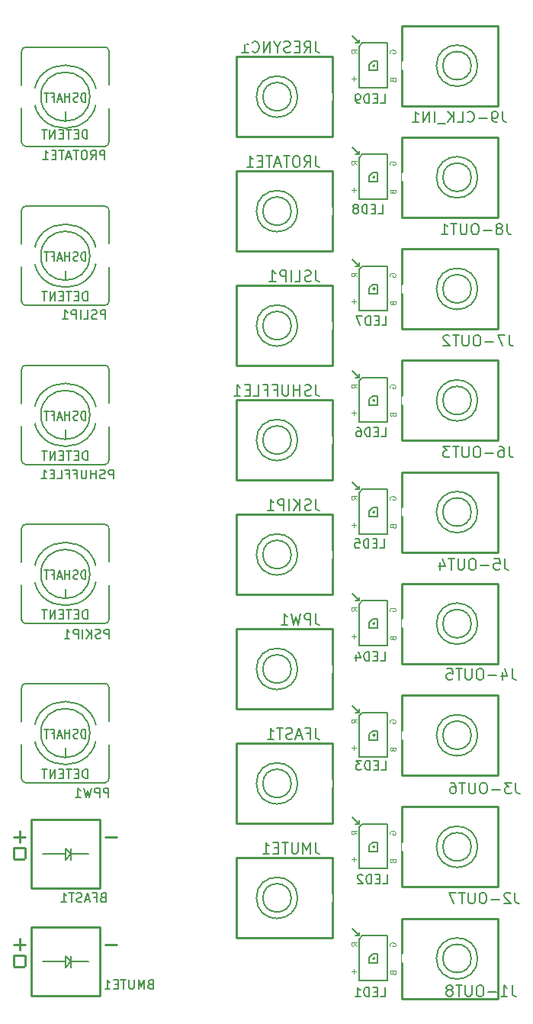
<source format=gbo>
G04 #@! TF.GenerationSoftware,KiCad,Pcbnew,(5.99.0-11177-g6c67dfa032)*
G04 #@! TF.CreationDate,2021-08-04T13:50:32-07:00*
G04 #@! TF.ProjectId,SCMv3,53434d76-332e-46b6-9963-61645f706362,rev?*
G04 #@! TF.SameCoordinates,Original*
G04 #@! TF.FileFunction,Legend,Bot*
G04 #@! TF.FilePolarity,Positive*
%FSLAX46Y46*%
G04 Gerber Fmt 4.6, Leading zero omitted, Abs format (unit mm)*
G04 Created by KiCad (PCBNEW (5.99.0-11177-g6c67dfa032)) date 2021-08-04 13:50:32*
%MOMM*%
%LPD*%
G01*
G04 APERTURE LIST*
G04 Aperture macros list*
%AMRoundRect*
0 Rectangle with rounded corners*
0 $1 Rounding radius*
0 $2 $3 $4 $5 $6 $7 $8 $9 X,Y pos of 4 corners*
0 Add a 4 corners polygon primitive as box body*
4,1,4,$2,$3,$4,$5,$6,$7,$8,$9,$2,$3,0*
0 Add four circle primitives for the rounded corners*
1,1,$1+$1,$2,$3*
1,1,$1+$1,$4,$5*
1,1,$1+$1,$6,$7*
1,1,$1+$1,$8,$9*
0 Add four rect primitives between the rounded corners*
20,1,$1+$1,$2,$3,$4,$5,0*
20,1,$1+$1,$4,$5,$6,$7,0*
20,1,$1+$1,$6,$7,$8,$9,0*
20,1,$1+$1,$8,$9,$2,$3,0*%
G04 Aperture macros list end*
%ADD10C,0.152400*%
%ADD11C,0.150000*%
%ADD12C,0.127000*%
%ADD13C,0.120000*%
%ADD14C,0.254000*%
%ADD15C,0.250000*%
%ADD16C,0.200000*%
%ADD17C,1.651000*%
%ADD18C,1.397000*%
%ADD19R,1.700000X1.700000*%
%ADD20O,1.700000X1.700000*%
%ADD21C,1.930400*%
%ADD22C,1.778000*%
%ADD23RoundRect,0.127000X0.635000X0.635000X-0.635000X0.635000X-0.635000X-0.635000X0.635000X-0.635000X0*%
%ADD24C,1.803400*%
%ADD25C,2.667000*%
%ADD26R,1.100000X1.500000*%
G04 APERTURE END LIST*
D10*
X56845321Y-23106047D02*
X56845321Y-23967833D01*
X56902774Y-24140190D01*
X57017679Y-24255095D01*
X57190036Y-24312547D01*
X57304940Y-24312547D01*
X56098440Y-23623119D02*
X56213345Y-23565666D01*
X56270798Y-23508214D01*
X56328250Y-23393309D01*
X56328250Y-23335857D01*
X56270798Y-23220952D01*
X56213345Y-23163500D01*
X56098440Y-23106047D01*
X55868631Y-23106047D01*
X55753726Y-23163500D01*
X55696274Y-23220952D01*
X55638821Y-23335857D01*
X55638821Y-23393309D01*
X55696274Y-23508214D01*
X55753726Y-23565666D01*
X55868631Y-23623119D01*
X56098440Y-23623119D01*
X56213345Y-23680571D01*
X56270798Y-23738023D01*
X56328250Y-23852928D01*
X56328250Y-24082738D01*
X56270798Y-24197642D01*
X56213345Y-24255095D01*
X56098440Y-24312547D01*
X55868631Y-24312547D01*
X55753726Y-24255095D01*
X55696274Y-24197642D01*
X55638821Y-24082738D01*
X55638821Y-23852928D01*
X55696274Y-23738023D01*
X55753726Y-23680571D01*
X55868631Y-23623119D01*
X55121750Y-23852928D02*
X54202512Y-23852928D01*
X53398179Y-23106047D02*
X53168369Y-23106047D01*
X53053464Y-23163500D01*
X52938560Y-23278404D01*
X52881107Y-23508214D01*
X52881107Y-23910380D01*
X52938560Y-24140190D01*
X53053464Y-24255095D01*
X53168369Y-24312547D01*
X53398179Y-24312547D01*
X53513083Y-24255095D01*
X53627988Y-24140190D01*
X53685440Y-23910380D01*
X53685440Y-23508214D01*
X53627988Y-23278404D01*
X53513083Y-23163500D01*
X53398179Y-23106047D01*
X52364036Y-23106047D02*
X52364036Y-24082738D01*
X52306583Y-24197642D01*
X52249131Y-24255095D01*
X52134226Y-24312547D01*
X51904417Y-24312547D01*
X51789512Y-24255095D01*
X51732060Y-24197642D01*
X51674607Y-24082738D01*
X51674607Y-23106047D01*
X51272440Y-23106047D02*
X50583012Y-23106047D01*
X50927726Y-24312547D02*
X50927726Y-23106047D01*
X49548869Y-24312547D02*
X50238298Y-24312547D01*
X49893583Y-24312547D02*
X49893583Y-23106047D01*
X50008488Y-23278404D01*
X50123393Y-23393309D01*
X50238298Y-23450761D01*
D11*
X11961071Y-97878571D02*
X11818214Y-97926190D01*
X11770595Y-97973809D01*
X11722976Y-98069047D01*
X11722976Y-98211904D01*
X11770595Y-98307142D01*
X11818214Y-98354761D01*
X11913452Y-98402380D01*
X12294404Y-98402380D01*
X12294404Y-97402380D01*
X11961071Y-97402380D01*
X11865833Y-97450000D01*
X11818214Y-97497619D01*
X11770595Y-97592857D01*
X11770595Y-97688095D01*
X11818214Y-97783333D01*
X11865833Y-97830952D01*
X11961071Y-97878571D01*
X12294404Y-97878571D01*
X10961071Y-97878571D02*
X11294404Y-97878571D01*
X11294404Y-98402380D02*
X11294404Y-97402380D01*
X10818214Y-97402380D01*
X10484880Y-98116666D02*
X10008690Y-98116666D01*
X10580119Y-98402380D02*
X10246785Y-97402380D01*
X9913452Y-98402380D01*
X9627738Y-98354761D02*
X9484880Y-98402380D01*
X9246785Y-98402380D01*
X9151547Y-98354761D01*
X9103928Y-98307142D01*
X9056309Y-98211904D01*
X9056309Y-98116666D01*
X9103928Y-98021428D01*
X9151547Y-97973809D01*
X9246785Y-97926190D01*
X9437261Y-97878571D01*
X9532500Y-97830952D01*
X9580119Y-97783333D01*
X9627738Y-97688095D01*
X9627738Y-97592857D01*
X9580119Y-97497619D01*
X9532500Y-97450000D01*
X9437261Y-97402380D01*
X9199166Y-97402380D01*
X9056309Y-97450000D01*
X8770595Y-97402380D02*
X8199166Y-97402380D01*
X8484880Y-98402380D02*
X8484880Y-97402380D01*
X7342023Y-98402380D02*
X7913452Y-98402380D01*
X7627738Y-98402380D02*
X7627738Y-97402380D01*
X7722976Y-97545238D01*
X7818214Y-97640476D01*
X7913452Y-97688095D01*
D10*
X35578963Y-2899747D02*
X35578963Y-3761533D01*
X35636416Y-3933890D01*
X35751320Y-4048795D01*
X35923678Y-4106247D01*
X36038582Y-4106247D01*
X34315011Y-4106247D02*
X34717178Y-3531723D01*
X35004440Y-4106247D02*
X35004440Y-2899747D01*
X34544820Y-2899747D01*
X34429916Y-2957200D01*
X34372463Y-3014652D01*
X34315011Y-3129557D01*
X34315011Y-3301914D01*
X34372463Y-3416819D01*
X34429916Y-3474271D01*
X34544820Y-3531723D01*
X35004440Y-3531723D01*
X33797940Y-3474271D02*
X33395773Y-3474271D01*
X33223416Y-4106247D02*
X33797940Y-4106247D01*
X33797940Y-2899747D01*
X33223416Y-2899747D01*
X32763797Y-4048795D02*
X32591440Y-4106247D01*
X32304178Y-4106247D01*
X32189273Y-4048795D01*
X32131820Y-3991342D01*
X32074368Y-3876438D01*
X32074368Y-3761533D01*
X32131820Y-3646628D01*
X32189273Y-3589176D01*
X32304178Y-3531723D01*
X32533987Y-3474271D01*
X32648892Y-3416819D01*
X32706344Y-3359366D01*
X32763797Y-3244461D01*
X32763797Y-3129557D01*
X32706344Y-3014652D01*
X32648892Y-2957200D01*
X32533987Y-2899747D01*
X32246725Y-2899747D01*
X32074368Y-2957200D01*
X31327487Y-3531723D02*
X31327487Y-4106247D01*
X31729654Y-2899747D02*
X31327487Y-3531723D01*
X30925320Y-2899747D01*
X30523154Y-4106247D02*
X30523154Y-2899747D01*
X29833725Y-4106247D01*
X29833725Y-2899747D01*
X28569773Y-3991342D02*
X28627225Y-4048795D01*
X28799582Y-4106247D01*
X28914487Y-4106247D01*
X29086844Y-4048795D01*
X29201749Y-3933890D01*
X29259201Y-3818985D01*
X29316654Y-3589176D01*
X29316654Y-3416819D01*
X29259201Y-3187009D01*
X29201749Y-3072104D01*
X29086844Y-2957200D01*
X28914487Y-2899747D01*
X28799582Y-2899747D01*
X28627225Y-2957200D01*
X28569773Y-3014652D01*
X27420725Y-4106247D02*
X28110154Y-4106247D01*
X27765440Y-4106247D02*
X27765440Y-2899747D01*
X27880344Y-3072104D01*
X27995249Y-3187009D01*
X28110154Y-3244461D01*
X35578963Y-28299747D02*
X35578963Y-29161533D01*
X35636416Y-29333890D01*
X35751320Y-29448795D01*
X35923678Y-29506247D01*
X36038582Y-29506247D01*
X35061892Y-29448795D02*
X34889535Y-29506247D01*
X34602273Y-29506247D01*
X34487368Y-29448795D01*
X34429916Y-29391342D01*
X34372463Y-29276438D01*
X34372463Y-29161533D01*
X34429916Y-29046628D01*
X34487368Y-28989176D01*
X34602273Y-28931723D01*
X34832082Y-28874271D01*
X34946987Y-28816819D01*
X35004440Y-28759366D01*
X35061892Y-28644461D01*
X35061892Y-28529557D01*
X35004440Y-28414652D01*
X34946987Y-28357200D01*
X34832082Y-28299747D01*
X34544820Y-28299747D01*
X34372463Y-28357200D01*
X33280868Y-29506247D02*
X33855392Y-29506247D01*
X33855392Y-28299747D01*
X32878701Y-29506247D02*
X32878701Y-28299747D01*
X32304178Y-29506247D02*
X32304178Y-28299747D01*
X31844559Y-28299747D01*
X31729654Y-28357200D01*
X31672201Y-28414652D01*
X31614749Y-28529557D01*
X31614749Y-28701914D01*
X31672201Y-28816819D01*
X31729654Y-28874271D01*
X31844559Y-28931723D01*
X32304178Y-28931723D01*
X30465701Y-29506247D02*
X31155130Y-29506247D01*
X30810416Y-29506247D02*
X30810416Y-28299747D01*
X30925320Y-28472104D01*
X31040225Y-28587009D01*
X31155130Y-28644461D01*
D11*
X13154404Y-51422380D02*
X13154404Y-50422380D01*
X12773452Y-50422380D01*
X12678214Y-50470000D01*
X12630595Y-50517619D01*
X12582976Y-50612857D01*
X12582976Y-50755714D01*
X12630595Y-50850952D01*
X12678214Y-50898571D01*
X12773452Y-50946190D01*
X13154404Y-50946190D01*
X12202023Y-51374761D02*
X12059166Y-51422380D01*
X11821071Y-51422380D01*
X11725833Y-51374761D01*
X11678214Y-51327142D01*
X11630595Y-51231904D01*
X11630595Y-51136666D01*
X11678214Y-51041428D01*
X11725833Y-50993809D01*
X11821071Y-50946190D01*
X12011547Y-50898571D01*
X12106785Y-50850952D01*
X12154404Y-50803333D01*
X12202023Y-50708095D01*
X12202023Y-50612857D01*
X12154404Y-50517619D01*
X12106785Y-50470000D01*
X12011547Y-50422380D01*
X11773452Y-50422380D01*
X11630595Y-50470000D01*
X11202023Y-51422380D02*
X11202023Y-50422380D01*
X11202023Y-50898571D02*
X10630595Y-50898571D01*
X10630595Y-51422380D02*
X10630595Y-50422380D01*
X10154404Y-50422380D02*
X10154404Y-51231904D01*
X10106785Y-51327142D01*
X10059166Y-51374761D01*
X9963928Y-51422380D01*
X9773452Y-51422380D01*
X9678214Y-51374761D01*
X9630595Y-51327142D01*
X9582976Y-51231904D01*
X9582976Y-50422380D01*
X8773452Y-50898571D02*
X9106785Y-50898571D01*
X9106785Y-51422380D02*
X9106785Y-50422380D01*
X8630595Y-50422380D01*
X7916309Y-50898571D02*
X8249642Y-50898571D01*
X8249642Y-51422380D02*
X8249642Y-50422380D01*
X7773452Y-50422380D01*
X6916309Y-51422380D02*
X7392500Y-51422380D01*
X7392500Y-50422380D01*
X6582976Y-50898571D02*
X6249642Y-50898571D01*
X6106785Y-51422380D02*
X6582976Y-51422380D01*
X6582976Y-50422380D01*
X6106785Y-50422380D01*
X5154404Y-51422380D02*
X5725833Y-51422380D01*
X5440119Y-51422380D02*
X5440119Y-50422380D01*
X5535357Y-50565238D01*
X5630595Y-50660476D01*
X5725833Y-50708095D01*
X10047800Y-44915080D02*
X10047800Y-43915080D01*
X9833514Y-43915080D01*
X9704942Y-43962700D01*
X9619228Y-44057938D01*
X9576371Y-44153176D01*
X9533514Y-44343652D01*
X9533514Y-44486509D01*
X9576371Y-44676985D01*
X9619228Y-44772223D01*
X9704942Y-44867461D01*
X9833514Y-44915080D01*
X10047800Y-44915080D01*
X9190657Y-44867461D02*
X9062085Y-44915080D01*
X8847800Y-44915080D01*
X8762085Y-44867461D01*
X8719228Y-44819842D01*
X8676371Y-44724604D01*
X8676371Y-44629366D01*
X8719228Y-44534128D01*
X8762085Y-44486509D01*
X8847800Y-44438890D01*
X9019228Y-44391271D01*
X9104942Y-44343652D01*
X9147800Y-44296033D01*
X9190657Y-44200795D01*
X9190657Y-44105557D01*
X9147800Y-44010319D01*
X9104942Y-43962700D01*
X9019228Y-43915080D01*
X8804942Y-43915080D01*
X8676371Y-43962700D01*
X8290657Y-44915080D02*
X8290657Y-43915080D01*
X8290657Y-44391271D02*
X7776371Y-44391271D01*
X7776371Y-44915080D02*
X7776371Y-43915080D01*
X7390657Y-44629366D02*
X6962085Y-44629366D01*
X7476371Y-44915080D02*
X7176371Y-43915080D01*
X6876371Y-44915080D01*
X6276371Y-44391271D02*
X6576371Y-44391271D01*
X6576371Y-44915080D02*
X6576371Y-43915080D01*
X6147800Y-43915080D01*
X5933514Y-43915080D02*
X5419228Y-43915080D01*
X5676371Y-44915080D02*
X5676371Y-43915080D01*
X10250180Y-49338080D02*
X10250180Y-48338080D01*
X10012085Y-48338080D01*
X9869228Y-48385700D01*
X9773990Y-48480938D01*
X9726371Y-48576176D01*
X9678752Y-48766652D01*
X9678752Y-48909509D01*
X9726371Y-49099985D01*
X9773990Y-49195223D01*
X9869228Y-49290461D01*
X10012085Y-49338080D01*
X10250180Y-49338080D01*
X9250180Y-48814271D02*
X8916847Y-48814271D01*
X8773990Y-49338080D02*
X9250180Y-49338080D01*
X9250180Y-48338080D01*
X8773990Y-48338080D01*
X8488276Y-48338080D02*
X7916847Y-48338080D01*
X8202561Y-49338080D02*
X8202561Y-48338080D01*
X7583514Y-48814271D02*
X7250180Y-48814271D01*
X7107323Y-49338080D02*
X7583514Y-49338080D01*
X7583514Y-48338080D01*
X7107323Y-48338080D01*
X6678752Y-49338080D02*
X6678752Y-48338080D01*
X6107323Y-49338080D01*
X6107323Y-48338080D01*
X5773990Y-48338080D02*
X5202561Y-48338080D01*
X5488276Y-49338080D02*
X5488276Y-48338080D01*
D12*
X43041735Y-96361619D02*
X43525545Y-96361619D01*
X43525545Y-95345619D01*
X42703069Y-95829428D02*
X42364402Y-95829428D01*
X42219259Y-96361619D02*
X42703069Y-96361619D01*
X42703069Y-95345619D01*
X42219259Y-95345619D01*
X41783830Y-96361619D02*
X41783830Y-95345619D01*
X41541926Y-95345619D01*
X41396783Y-95394000D01*
X41300021Y-95490761D01*
X41251640Y-95587523D01*
X41203259Y-95781047D01*
X41203259Y-95926190D01*
X41251640Y-96119714D01*
X41300021Y-96216476D01*
X41396783Y-96313238D01*
X41541926Y-96361619D01*
X41783830Y-96361619D01*
X40816211Y-95442380D02*
X40767830Y-95394000D01*
X40671069Y-95345619D01*
X40429164Y-95345619D01*
X40332402Y-95394000D01*
X40284021Y-95442380D01*
X40235640Y-95539142D01*
X40235640Y-95635904D01*
X40284021Y-95781047D01*
X40864592Y-96361619D01*
X40235640Y-96361619D01*
D13*
X43837400Y-90885738D02*
X43806447Y-90823833D01*
X43806447Y-90730976D01*
X43837400Y-90638119D01*
X43899304Y-90576214D01*
X43961209Y-90545261D01*
X44085019Y-90514309D01*
X44177876Y-90514309D01*
X44301685Y-90545261D01*
X44363590Y-90576214D01*
X44425495Y-90638119D01*
X44456447Y-90730976D01*
X44456447Y-90792880D01*
X44425495Y-90885738D01*
X44394542Y-90916690D01*
X44177876Y-90916690D01*
X44177876Y-90792880D01*
X44165971Y-93861928D02*
X44196923Y-93954785D01*
X44227876Y-93985738D01*
X44289780Y-94016690D01*
X44382638Y-94016690D01*
X44444542Y-93985738D01*
X44475495Y-93954785D01*
X44506447Y-93892880D01*
X44506447Y-93645261D01*
X43856447Y-93645261D01*
X43856447Y-93861928D01*
X43887400Y-93923833D01*
X43918352Y-93954785D01*
X43980257Y-93985738D01*
X44042161Y-93985738D01*
X44104066Y-93954785D01*
X44135019Y-93923833D01*
X44165971Y-93861928D01*
X44165971Y-93645261D01*
X40206447Y-90866690D02*
X39896923Y-90650023D01*
X40206447Y-90495261D02*
X39556447Y-90495261D01*
X39556447Y-90742880D01*
X39587400Y-90804785D01*
X39618352Y-90835738D01*
X39680257Y-90866690D01*
X39773114Y-90866690D01*
X39835019Y-90835738D01*
X39865971Y-90804785D01*
X39896923Y-90742880D01*
X39896923Y-90495261D01*
X39833828Y-93417880D02*
X39833828Y-93913119D01*
X40081447Y-93665500D02*
X39586209Y-93665500D01*
D10*
X57065321Y-35466047D02*
X57065321Y-36327833D01*
X57122774Y-36500190D01*
X57237679Y-36615095D01*
X57410036Y-36672547D01*
X57524940Y-36672547D01*
X56605702Y-35466047D02*
X55801369Y-35466047D01*
X56318440Y-36672547D01*
X55341750Y-36212928D02*
X54422512Y-36212928D01*
X53618179Y-35466047D02*
X53388369Y-35466047D01*
X53273464Y-35523500D01*
X53158560Y-35638404D01*
X53101107Y-35868214D01*
X53101107Y-36270380D01*
X53158560Y-36500190D01*
X53273464Y-36615095D01*
X53388369Y-36672547D01*
X53618179Y-36672547D01*
X53733083Y-36615095D01*
X53847988Y-36500190D01*
X53905440Y-36270380D01*
X53905440Y-35868214D01*
X53847988Y-35638404D01*
X53733083Y-35523500D01*
X53618179Y-35466047D01*
X52584036Y-35466047D02*
X52584036Y-36442738D01*
X52526583Y-36557642D01*
X52469131Y-36615095D01*
X52354226Y-36672547D01*
X52124417Y-36672547D01*
X52009512Y-36615095D01*
X51952060Y-36557642D01*
X51894607Y-36442738D01*
X51894607Y-35466047D01*
X51492440Y-35466047D02*
X50803012Y-35466047D01*
X51147726Y-36672547D02*
X51147726Y-35466047D01*
X50458298Y-35580952D02*
X50400845Y-35523500D01*
X50285940Y-35466047D01*
X49998679Y-35466047D01*
X49883774Y-35523500D01*
X49826321Y-35580952D01*
X49768869Y-35695857D01*
X49768869Y-35810761D01*
X49826321Y-35983119D01*
X50515750Y-36672547D01*
X49768869Y-36672547D01*
X57065321Y-47836047D02*
X57065321Y-48697833D01*
X57122774Y-48870190D01*
X57237679Y-48985095D01*
X57410036Y-49042547D01*
X57524940Y-49042547D01*
X55973726Y-47836047D02*
X56203536Y-47836047D01*
X56318440Y-47893500D01*
X56375893Y-47950952D01*
X56490798Y-48123309D01*
X56548250Y-48353119D01*
X56548250Y-48812738D01*
X56490798Y-48927642D01*
X56433345Y-48985095D01*
X56318440Y-49042547D01*
X56088631Y-49042547D01*
X55973726Y-48985095D01*
X55916274Y-48927642D01*
X55858821Y-48812738D01*
X55858821Y-48525476D01*
X55916274Y-48410571D01*
X55973726Y-48353119D01*
X56088631Y-48295666D01*
X56318440Y-48295666D01*
X56433345Y-48353119D01*
X56490798Y-48410571D01*
X56548250Y-48525476D01*
X55341750Y-48582928D02*
X54422512Y-48582928D01*
X53618179Y-47836047D02*
X53388369Y-47836047D01*
X53273464Y-47893500D01*
X53158560Y-48008404D01*
X53101107Y-48238214D01*
X53101107Y-48640380D01*
X53158560Y-48870190D01*
X53273464Y-48985095D01*
X53388369Y-49042547D01*
X53618179Y-49042547D01*
X53733083Y-48985095D01*
X53847988Y-48870190D01*
X53905440Y-48640380D01*
X53905440Y-48238214D01*
X53847988Y-48008404D01*
X53733083Y-47893500D01*
X53618179Y-47836047D01*
X52584036Y-47836047D02*
X52584036Y-48812738D01*
X52526583Y-48927642D01*
X52469131Y-48985095D01*
X52354226Y-49042547D01*
X52124417Y-49042547D01*
X52009512Y-48985095D01*
X51952060Y-48927642D01*
X51894607Y-48812738D01*
X51894607Y-47836047D01*
X51492440Y-47836047D02*
X50803012Y-47836047D01*
X51147726Y-49042547D02*
X51147726Y-47836047D01*
X50515750Y-47836047D02*
X49768869Y-47836047D01*
X50171036Y-48295666D01*
X49998679Y-48295666D01*
X49883774Y-48353119D01*
X49826321Y-48410571D01*
X49768869Y-48525476D01*
X49768869Y-48812738D01*
X49826321Y-48927642D01*
X49883774Y-48985095D01*
X49998679Y-49042547D01*
X50343393Y-49042547D01*
X50458298Y-48985095D01*
X50515750Y-48927642D01*
D11*
X12254404Y-33702380D02*
X12254404Y-32702380D01*
X11873452Y-32702380D01*
X11778214Y-32750000D01*
X11730595Y-32797619D01*
X11682976Y-32892857D01*
X11682976Y-33035714D01*
X11730595Y-33130952D01*
X11778214Y-33178571D01*
X11873452Y-33226190D01*
X12254404Y-33226190D01*
X11302023Y-33654761D02*
X11159166Y-33702380D01*
X10921071Y-33702380D01*
X10825833Y-33654761D01*
X10778214Y-33607142D01*
X10730595Y-33511904D01*
X10730595Y-33416666D01*
X10778214Y-33321428D01*
X10825833Y-33273809D01*
X10921071Y-33226190D01*
X11111547Y-33178571D01*
X11206785Y-33130952D01*
X11254404Y-33083333D01*
X11302023Y-32988095D01*
X11302023Y-32892857D01*
X11254404Y-32797619D01*
X11206785Y-32750000D01*
X11111547Y-32702380D01*
X10873452Y-32702380D01*
X10730595Y-32750000D01*
X9825833Y-33702380D02*
X10302023Y-33702380D01*
X10302023Y-32702380D01*
X9492500Y-33702380D02*
X9492500Y-32702380D01*
X9016309Y-33702380D02*
X9016309Y-32702380D01*
X8635357Y-32702380D01*
X8540119Y-32750000D01*
X8492500Y-32797619D01*
X8444880Y-32892857D01*
X8444880Y-33035714D01*
X8492500Y-33130952D01*
X8540119Y-33178571D01*
X8635357Y-33226190D01*
X9016309Y-33226190D01*
X7492500Y-33702380D02*
X8063928Y-33702380D01*
X7778214Y-33702380D02*
X7778214Y-32702380D01*
X7873452Y-32845238D01*
X7968690Y-32940476D01*
X8063928Y-32988095D01*
X10250180Y-31685080D02*
X10250180Y-30685080D01*
X10012085Y-30685080D01*
X9869228Y-30732700D01*
X9773990Y-30827938D01*
X9726371Y-30923176D01*
X9678752Y-31113652D01*
X9678752Y-31256509D01*
X9726371Y-31446985D01*
X9773990Y-31542223D01*
X9869228Y-31637461D01*
X10012085Y-31685080D01*
X10250180Y-31685080D01*
X9250180Y-31161271D02*
X8916847Y-31161271D01*
X8773990Y-31685080D02*
X9250180Y-31685080D01*
X9250180Y-30685080D01*
X8773990Y-30685080D01*
X8488276Y-30685080D02*
X7916847Y-30685080D01*
X8202561Y-31685080D02*
X8202561Y-30685080D01*
X7583514Y-31161271D02*
X7250180Y-31161271D01*
X7107323Y-31685080D02*
X7583514Y-31685080D01*
X7583514Y-30685080D01*
X7107323Y-30685080D01*
X6678752Y-31685080D02*
X6678752Y-30685080D01*
X6107323Y-31685080D01*
X6107323Y-30685080D01*
X5773990Y-30685080D02*
X5202561Y-30685080D01*
X5488276Y-31685080D02*
X5488276Y-30685080D01*
X10047800Y-27262080D02*
X10047800Y-26262080D01*
X9833514Y-26262080D01*
X9704942Y-26309700D01*
X9619228Y-26404938D01*
X9576371Y-26500176D01*
X9533514Y-26690652D01*
X9533514Y-26833509D01*
X9576371Y-27023985D01*
X9619228Y-27119223D01*
X9704942Y-27214461D01*
X9833514Y-27262080D01*
X10047800Y-27262080D01*
X9190657Y-27214461D02*
X9062085Y-27262080D01*
X8847800Y-27262080D01*
X8762085Y-27214461D01*
X8719228Y-27166842D01*
X8676371Y-27071604D01*
X8676371Y-26976366D01*
X8719228Y-26881128D01*
X8762085Y-26833509D01*
X8847800Y-26785890D01*
X9019228Y-26738271D01*
X9104942Y-26690652D01*
X9147800Y-26643033D01*
X9190657Y-26547795D01*
X9190657Y-26452557D01*
X9147800Y-26357319D01*
X9104942Y-26309700D01*
X9019228Y-26262080D01*
X8804942Y-26262080D01*
X8676371Y-26309700D01*
X8290657Y-27262080D02*
X8290657Y-26262080D01*
X8290657Y-26738271D02*
X7776371Y-26738271D01*
X7776371Y-27262080D02*
X7776371Y-26262080D01*
X7390657Y-26976366D02*
X6962085Y-26976366D01*
X7476371Y-27262080D02*
X7176371Y-26262080D01*
X6876371Y-27262080D01*
X6276371Y-26738271D02*
X6576371Y-26738271D01*
X6576371Y-27262080D02*
X6576371Y-26262080D01*
X6147800Y-26262080D01*
X5933514Y-26262080D02*
X5419228Y-26262080D01*
X5676371Y-27262080D02*
X5676371Y-26262080D01*
X12604404Y-86742380D02*
X12604404Y-85742380D01*
X12223452Y-85742380D01*
X12128214Y-85790000D01*
X12080595Y-85837619D01*
X12032976Y-85932857D01*
X12032976Y-86075714D01*
X12080595Y-86170952D01*
X12128214Y-86218571D01*
X12223452Y-86266190D01*
X12604404Y-86266190D01*
X11604404Y-86742380D02*
X11604404Y-85742380D01*
X11223452Y-85742380D01*
X11128214Y-85790000D01*
X11080595Y-85837619D01*
X11032976Y-85932857D01*
X11032976Y-86075714D01*
X11080595Y-86170952D01*
X11128214Y-86218571D01*
X11223452Y-86266190D01*
X11604404Y-86266190D01*
X10699642Y-85742380D02*
X10461547Y-86742380D01*
X10271071Y-86028095D01*
X10080595Y-86742380D01*
X9842500Y-85742380D01*
X8937738Y-86742380D02*
X9509166Y-86742380D01*
X9223452Y-86742380D02*
X9223452Y-85742380D01*
X9318690Y-85885238D01*
X9413928Y-85980476D01*
X9509166Y-86028095D01*
X10047800Y-80221080D02*
X10047800Y-79221080D01*
X9833514Y-79221080D01*
X9704942Y-79268700D01*
X9619228Y-79363938D01*
X9576371Y-79459176D01*
X9533514Y-79649652D01*
X9533514Y-79792509D01*
X9576371Y-79982985D01*
X9619228Y-80078223D01*
X9704942Y-80173461D01*
X9833514Y-80221080D01*
X10047800Y-80221080D01*
X9190657Y-80173461D02*
X9062085Y-80221080D01*
X8847800Y-80221080D01*
X8762085Y-80173461D01*
X8719228Y-80125842D01*
X8676371Y-80030604D01*
X8676371Y-79935366D01*
X8719228Y-79840128D01*
X8762085Y-79792509D01*
X8847800Y-79744890D01*
X9019228Y-79697271D01*
X9104942Y-79649652D01*
X9147800Y-79602033D01*
X9190657Y-79506795D01*
X9190657Y-79411557D01*
X9147800Y-79316319D01*
X9104942Y-79268700D01*
X9019228Y-79221080D01*
X8804942Y-79221080D01*
X8676371Y-79268700D01*
X8290657Y-80221080D02*
X8290657Y-79221080D01*
X8290657Y-79697271D02*
X7776371Y-79697271D01*
X7776371Y-80221080D02*
X7776371Y-79221080D01*
X7390657Y-79935366D02*
X6962085Y-79935366D01*
X7476371Y-80221080D02*
X7176371Y-79221080D01*
X6876371Y-80221080D01*
X6276371Y-79697271D02*
X6576371Y-79697271D01*
X6576371Y-80221080D02*
X6576371Y-79221080D01*
X6147800Y-79221080D01*
X5933514Y-79221080D02*
X5419228Y-79221080D01*
X5676371Y-80221080D02*
X5676371Y-79221080D01*
X10250180Y-84644080D02*
X10250180Y-83644080D01*
X10012085Y-83644080D01*
X9869228Y-83691700D01*
X9773990Y-83786938D01*
X9726371Y-83882176D01*
X9678752Y-84072652D01*
X9678752Y-84215509D01*
X9726371Y-84405985D01*
X9773990Y-84501223D01*
X9869228Y-84596461D01*
X10012085Y-84644080D01*
X10250180Y-84644080D01*
X9250180Y-84120271D02*
X8916847Y-84120271D01*
X8773990Y-84644080D02*
X9250180Y-84644080D01*
X9250180Y-83644080D01*
X8773990Y-83644080D01*
X8488276Y-83644080D02*
X7916847Y-83644080D01*
X8202561Y-84644080D02*
X8202561Y-83644080D01*
X7583514Y-84120271D02*
X7250180Y-84120271D01*
X7107323Y-84644080D02*
X7583514Y-84644080D01*
X7583514Y-83644080D01*
X7107323Y-83644080D01*
X6678752Y-84644080D02*
X6678752Y-83644080D01*
X6107323Y-84644080D01*
X6107323Y-83644080D01*
X5773990Y-83644080D02*
X5202561Y-83644080D01*
X5488276Y-84644080D02*
X5488276Y-83644080D01*
D10*
X57405321Y-107636047D02*
X57405321Y-108497833D01*
X57462774Y-108670190D01*
X57577679Y-108785095D01*
X57750036Y-108842547D01*
X57864940Y-108842547D01*
X56198821Y-108842547D02*
X56888250Y-108842547D01*
X56543536Y-108842547D02*
X56543536Y-107636047D01*
X56658440Y-107808404D01*
X56773345Y-107923309D01*
X56888250Y-107980761D01*
X55681750Y-108382928D02*
X54762512Y-108382928D01*
X53958179Y-107636047D02*
X53728369Y-107636047D01*
X53613464Y-107693500D01*
X53498560Y-107808404D01*
X53441107Y-108038214D01*
X53441107Y-108440380D01*
X53498560Y-108670190D01*
X53613464Y-108785095D01*
X53728369Y-108842547D01*
X53958179Y-108842547D01*
X54073083Y-108785095D01*
X54187988Y-108670190D01*
X54245440Y-108440380D01*
X54245440Y-108038214D01*
X54187988Y-107808404D01*
X54073083Y-107693500D01*
X53958179Y-107636047D01*
X52924036Y-107636047D02*
X52924036Y-108612738D01*
X52866583Y-108727642D01*
X52809131Y-108785095D01*
X52694226Y-108842547D01*
X52464417Y-108842547D01*
X52349512Y-108785095D01*
X52292060Y-108727642D01*
X52234607Y-108612738D01*
X52234607Y-107636047D01*
X51832440Y-107636047D02*
X51143012Y-107636047D01*
X51487726Y-108842547D02*
X51487726Y-107636047D01*
X50568488Y-108153119D02*
X50683393Y-108095666D01*
X50740845Y-108038214D01*
X50798298Y-107923309D01*
X50798298Y-107865857D01*
X50740845Y-107750952D01*
X50683393Y-107693500D01*
X50568488Y-107636047D01*
X50338679Y-107636047D01*
X50223774Y-107693500D01*
X50166321Y-107750952D01*
X50108869Y-107865857D01*
X50108869Y-107923309D01*
X50166321Y-108038214D01*
X50223774Y-108095666D01*
X50338679Y-108153119D01*
X50568488Y-108153119D01*
X50683393Y-108210571D01*
X50740845Y-108268023D01*
X50798298Y-108382928D01*
X50798298Y-108612738D01*
X50740845Y-108727642D01*
X50683393Y-108785095D01*
X50568488Y-108842547D01*
X50338679Y-108842547D01*
X50223774Y-108785095D01*
X50166321Y-108727642D01*
X50108869Y-108612738D01*
X50108869Y-108382928D01*
X50166321Y-108268023D01*
X50223774Y-108210571D01*
X50338679Y-108153119D01*
X35578963Y-66399747D02*
X35578963Y-67261533D01*
X35636416Y-67433890D01*
X35751320Y-67548795D01*
X35923678Y-67606247D01*
X36038582Y-67606247D01*
X35004440Y-67606247D02*
X35004440Y-66399747D01*
X34544820Y-66399747D01*
X34429916Y-66457200D01*
X34372463Y-66514652D01*
X34315011Y-66629557D01*
X34315011Y-66801914D01*
X34372463Y-66916819D01*
X34429916Y-66974271D01*
X34544820Y-67031723D01*
X35004440Y-67031723D01*
X33912844Y-66399747D02*
X33625582Y-67606247D01*
X33395773Y-66744461D01*
X33165963Y-67606247D01*
X32878701Y-66399747D01*
X31787106Y-67606247D02*
X32476535Y-67606247D01*
X32131820Y-67606247D02*
X32131820Y-66399747D01*
X32246725Y-66572104D01*
X32361630Y-66687009D01*
X32476535Y-66744461D01*
X35578963Y-91799747D02*
X35578963Y-92661533D01*
X35636416Y-92833890D01*
X35751320Y-92948795D01*
X35923678Y-93006247D01*
X36038582Y-93006247D01*
X35004440Y-93006247D02*
X35004440Y-91799747D01*
X34602273Y-92661533D01*
X34200106Y-91799747D01*
X34200106Y-93006247D01*
X33625582Y-91799747D02*
X33625582Y-92776438D01*
X33568130Y-92891342D01*
X33510678Y-92948795D01*
X33395773Y-93006247D01*
X33165963Y-93006247D01*
X33051059Y-92948795D01*
X32993606Y-92891342D01*
X32936154Y-92776438D01*
X32936154Y-91799747D01*
X32533987Y-91799747D02*
X31844559Y-91799747D01*
X32189273Y-93006247D02*
X32189273Y-91799747D01*
X31442392Y-92374271D02*
X31040225Y-92374271D01*
X30867868Y-93006247D02*
X31442392Y-93006247D01*
X31442392Y-91799747D01*
X30867868Y-91799747D01*
X29718820Y-93006247D02*
X30408249Y-93006247D01*
X30063535Y-93006247D02*
X30063535Y-91799747D01*
X30178440Y-91972104D01*
X30293344Y-92087009D01*
X30408249Y-92144461D01*
D11*
X17251071Y-107508571D02*
X17108214Y-107556190D01*
X17060595Y-107603809D01*
X17012976Y-107699047D01*
X17012976Y-107841904D01*
X17060595Y-107937142D01*
X17108214Y-107984761D01*
X17203452Y-108032380D01*
X17584404Y-108032380D01*
X17584404Y-107032380D01*
X17251071Y-107032380D01*
X17155833Y-107080000D01*
X17108214Y-107127619D01*
X17060595Y-107222857D01*
X17060595Y-107318095D01*
X17108214Y-107413333D01*
X17155833Y-107460952D01*
X17251071Y-107508571D01*
X17584404Y-107508571D01*
X16584404Y-108032380D02*
X16584404Y-107032380D01*
X16251071Y-107746666D01*
X15917738Y-107032380D01*
X15917738Y-108032380D01*
X15441547Y-107032380D02*
X15441547Y-107841904D01*
X15393928Y-107937142D01*
X15346309Y-107984761D01*
X15251071Y-108032380D01*
X15060595Y-108032380D01*
X14965357Y-107984761D01*
X14917738Y-107937142D01*
X14870119Y-107841904D01*
X14870119Y-107032380D01*
X14536785Y-107032380D02*
X13965357Y-107032380D01*
X14251071Y-108032380D02*
X14251071Y-107032380D01*
X13632023Y-107508571D02*
X13298690Y-107508571D01*
X13155833Y-108032380D02*
X13632023Y-108032380D01*
X13632023Y-107032380D01*
X13155833Y-107032380D01*
X12203452Y-108032380D02*
X12774880Y-108032380D01*
X12489166Y-108032380D02*
X12489166Y-107032380D01*
X12584404Y-107175238D01*
X12679642Y-107270476D01*
X12774880Y-107318095D01*
D10*
X56345583Y-10656047D02*
X56345583Y-11517833D01*
X56403036Y-11690190D01*
X56517940Y-11805095D01*
X56690298Y-11862547D01*
X56805202Y-11862547D01*
X55713607Y-11862547D02*
X55483798Y-11862547D01*
X55368893Y-11805095D01*
X55311440Y-11747642D01*
X55196536Y-11575285D01*
X55139083Y-11345476D01*
X55139083Y-10885857D01*
X55196536Y-10770952D01*
X55253988Y-10713500D01*
X55368893Y-10656047D01*
X55598702Y-10656047D01*
X55713607Y-10713500D01*
X55771060Y-10770952D01*
X55828512Y-10885857D01*
X55828512Y-11173119D01*
X55771060Y-11288023D01*
X55713607Y-11345476D01*
X55598702Y-11402928D01*
X55368893Y-11402928D01*
X55253988Y-11345476D01*
X55196536Y-11288023D01*
X55139083Y-11173119D01*
X54622012Y-11402928D02*
X53702774Y-11402928D01*
X52438821Y-11747642D02*
X52496274Y-11805095D01*
X52668631Y-11862547D01*
X52783536Y-11862547D01*
X52955893Y-11805095D01*
X53070798Y-11690190D01*
X53128250Y-11575285D01*
X53185702Y-11345476D01*
X53185702Y-11173119D01*
X53128250Y-10943309D01*
X53070798Y-10828404D01*
X52955893Y-10713500D01*
X52783536Y-10656047D01*
X52668631Y-10656047D01*
X52496274Y-10713500D01*
X52438821Y-10770952D01*
X51347226Y-11862547D02*
X51921750Y-11862547D01*
X51921750Y-10656047D01*
X50945060Y-11862547D02*
X50945060Y-10656047D01*
X50255631Y-11862547D02*
X50772702Y-11173119D01*
X50255631Y-10656047D02*
X50945060Y-11345476D01*
X50025821Y-11977452D02*
X49106583Y-11977452D01*
X48819321Y-11862547D02*
X48819321Y-10656047D01*
X48244798Y-11862547D02*
X48244798Y-10656047D01*
X47555369Y-11862547D01*
X47555369Y-10656047D01*
X46348869Y-11862547D02*
X47038298Y-11862547D01*
X46693583Y-11862547D02*
X46693583Y-10656047D01*
X46808488Y-10828404D01*
X46923393Y-10943309D01*
X47038298Y-11000761D01*
X35578963Y-53699747D02*
X35578963Y-54561533D01*
X35636416Y-54733890D01*
X35751320Y-54848795D01*
X35923678Y-54906247D01*
X36038582Y-54906247D01*
X35061892Y-54848795D02*
X34889535Y-54906247D01*
X34602273Y-54906247D01*
X34487368Y-54848795D01*
X34429916Y-54791342D01*
X34372463Y-54676438D01*
X34372463Y-54561533D01*
X34429916Y-54446628D01*
X34487368Y-54389176D01*
X34602273Y-54331723D01*
X34832082Y-54274271D01*
X34946987Y-54216819D01*
X35004440Y-54159366D01*
X35061892Y-54044461D01*
X35061892Y-53929557D01*
X35004440Y-53814652D01*
X34946987Y-53757200D01*
X34832082Y-53699747D01*
X34544820Y-53699747D01*
X34372463Y-53757200D01*
X33855392Y-54906247D02*
X33855392Y-53699747D01*
X33165963Y-54906247D02*
X33683035Y-54216819D01*
X33165963Y-53699747D02*
X33855392Y-54389176D01*
X32648892Y-54906247D02*
X32648892Y-53699747D01*
X32074368Y-54906247D02*
X32074368Y-53699747D01*
X31614749Y-53699747D01*
X31499844Y-53757200D01*
X31442392Y-53814652D01*
X31384940Y-53929557D01*
X31384940Y-54101914D01*
X31442392Y-54216819D01*
X31499844Y-54274271D01*
X31614749Y-54331723D01*
X32074368Y-54331723D01*
X30235892Y-54906247D02*
X30925320Y-54906247D01*
X30580606Y-54906247D02*
X30580606Y-53699747D01*
X30695511Y-53872104D01*
X30810416Y-53987009D01*
X30925320Y-54044461D01*
X57735321Y-97346047D02*
X57735321Y-98207833D01*
X57792774Y-98380190D01*
X57907679Y-98495095D01*
X58080036Y-98552547D01*
X58194940Y-98552547D01*
X57218250Y-97460952D02*
X57160798Y-97403500D01*
X57045893Y-97346047D01*
X56758631Y-97346047D01*
X56643726Y-97403500D01*
X56586274Y-97460952D01*
X56528821Y-97575857D01*
X56528821Y-97690761D01*
X56586274Y-97863119D01*
X57275702Y-98552547D01*
X56528821Y-98552547D01*
X56011750Y-98092928D02*
X55092512Y-98092928D01*
X54288179Y-97346047D02*
X54058369Y-97346047D01*
X53943464Y-97403500D01*
X53828560Y-97518404D01*
X53771107Y-97748214D01*
X53771107Y-98150380D01*
X53828560Y-98380190D01*
X53943464Y-98495095D01*
X54058369Y-98552547D01*
X54288179Y-98552547D01*
X54403083Y-98495095D01*
X54517988Y-98380190D01*
X54575440Y-98150380D01*
X54575440Y-97748214D01*
X54517988Y-97518404D01*
X54403083Y-97403500D01*
X54288179Y-97346047D01*
X53254036Y-97346047D02*
X53254036Y-98322738D01*
X53196583Y-98437642D01*
X53139131Y-98495095D01*
X53024226Y-98552547D01*
X52794417Y-98552547D01*
X52679512Y-98495095D01*
X52622060Y-98437642D01*
X52564607Y-98322738D01*
X52564607Y-97346047D01*
X52162440Y-97346047D02*
X51473012Y-97346047D01*
X51817726Y-98552547D02*
X51817726Y-97346047D01*
X51185750Y-97346047D02*
X50381417Y-97346047D01*
X50898488Y-98552547D01*
X57405321Y-72506047D02*
X57405321Y-73367833D01*
X57462774Y-73540190D01*
X57577679Y-73655095D01*
X57750036Y-73712547D01*
X57864940Y-73712547D01*
X56313726Y-72908214D02*
X56313726Y-73712547D01*
X56600988Y-72448595D02*
X56888250Y-73310380D01*
X56141369Y-73310380D01*
X55681750Y-73252928D02*
X54762512Y-73252928D01*
X53958179Y-72506047D02*
X53728369Y-72506047D01*
X53613464Y-72563500D01*
X53498560Y-72678404D01*
X53441107Y-72908214D01*
X53441107Y-73310380D01*
X53498560Y-73540190D01*
X53613464Y-73655095D01*
X53728369Y-73712547D01*
X53958179Y-73712547D01*
X54073083Y-73655095D01*
X54187988Y-73540190D01*
X54245440Y-73310380D01*
X54245440Y-72908214D01*
X54187988Y-72678404D01*
X54073083Y-72563500D01*
X53958179Y-72506047D01*
X52924036Y-72506047D02*
X52924036Y-73482738D01*
X52866583Y-73597642D01*
X52809131Y-73655095D01*
X52694226Y-73712547D01*
X52464417Y-73712547D01*
X52349512Y-73655095D01*
X52292060Y-73597642D01*
X52234607Y-73482738D01*
X52234607Y-72506047D01*
X51832440Y-72506047D02*
X51143012Y-72506047D01*
X51487726Y-73712547D02*
X51487726Y-72506047D01*
X50166321Y-72506047D02*
X50740845Y-72506047D01*
X50798298Y-73080571D01*
X50740845Y-73023119D01*
X50625940Y-72965666D01*
X50338679Y-72965666D01*
X50223774Y-73023119D01*
X50166321Y-73080571D01*
X50108869Y-73195476D01*
X50108869Y-73482738D01*
X50166321Y-73597642D01*
X50223774Y-73655095D01*
X50338679Y-73712547D01*
X50625940Y-73712547D01*
X50740845Y-73655095D01*
X50798298Y-73597642D01*
X35578963Y-40999747D02*
X35578963Y-41861533D01*
X35636416Y-42033890D01*
X35751320Y-42148795D01*
X35923678Y-42206247D01*
X36038582Y-42206247D01*
X35061892Y-42148795D02*
X34889535Y-42206247D01*
X34602273Y-42206247D01*
X34487368Y-42148795D01*
X34429916Y-42091342D01*
X34372463Y-41976438D01*
X34372463Y-41861533D01*
X34429916Y-41746628D01*
X34487368Y-41689176D01*
X34602273Y-41631723D01*
X34832082Y-41574271D01*
X34946987Y-41516819D01*
X35004440Y-41459366D01*
X35061892Y-41344461D01*
X35061892Y-41229557D01*
X35004440Y-41114652D01*
X34946987Y-41057200D01*
X34832082Y-40999747D01*
X34544820Y-40999747D01*
X34372463Y-41057200D01*
X33855392Y-42206247D02*
X33855392Y-40999747D01*
X33855392Y-41574271D02*
X33165963Y-41574271D01*
X33165963Y-42206247D02*
X33165963Y-40999747D01*
X32591440Y-40999747D02*
X32591440Y-41976438D01*
X32533987Y-42091342D01*
X32476535Y-42148795D01*
X32361630Y-42206247D01*
X32131820Y-42206247D01*
X32016916Y-42148795D01*
X31959463Y-42091342D01*
X31902011Y-41976438D01*
X31902011Y-40999747D01*
X30925320Y-41574271D02*
X31327487Y-41574271D01*
X31327487Y-42206247D02*
X31327487Y-40999747D01*
X30752963Y-40999747D01*
X29891178Y-41574271D02*
X30293344Y-41574271D01*
X30293344Y-42206247D02*
X30293344Y-40999747D01*
X29718820Y-40999747D01*
X28684678Y-42206247D02*
X29259201Y-42206247D01*
X29259201Y-40999747D01*
X28282511Y-41574271D02*
X27880344Y-41574271D01*
X27707987Y-42206247D02*
X28282511Y-42206247D01*
X28282511Y-40999747D01*
X27707987Y-40999747D01*
X26558940Y-42206247D02*
X27248368Y-42206247D01*
X26903654Y-42206247D02*
X26903654Y-40999747D01*
X27018559Y-41172104D01*
X27133463Y-41287009D01*
X27248368Y-41344461D01*
X35578963Y-79099747D02*
X35578963Y-79961533D01*
X35636416Y-80133890D01*
X35751320Y-80248795D01*
X35923678Y-80306247D01*
X36038582Y-80306247D01*
X34602273Y-79674271D02*
X35004440Y-79674271D01*
X35004440Y-80306247D02*
X35004440Y-79099747D01*
X34429916Y-79099747D01*
X34027749Y-79961533D02*
X33453225Y-79961533D01*
X34142654Y-80306247D02*
X33740487Y-79099747D01*
X33338320Y-80306247D01*
X32993606Y-80248795D02*
X32821249Y-80306247D01*
X32533987Y-80306247D01*
X32419082Y-80248795D01*
X32361630Y-80191342D01*
X32304178Y-80076438D01*
X32304178Y-79961533D01*
X32361630Y-79846628D01*
X32419082Y-79789176D01*
X32533987Y-79731723D01*
X32763797Y-79674271D01*
X32878701Y-79616819D01*
X32936154Y-79559366D01*
X32993606Y-79444461D01*
X32993606Y-79329557D01*
X32936154Y-79214652D01*
X32878701Y-79157200D01*
X32763797Y-79099747D01*
X32476535Y-79099747D01*
X32304178Y-79157200D01*
X31959463Y-79099747D02*
X31270035Y-79099747D01*
X31614749Y-80306247D02*
X31614749Y-79099747D01*
X30235892Y-80306247D02*
X30925320Y-80306247D01*
X30580606Y-80306247D02*
X30580606Y-79099747D01*
X30695511Y-79272104D01*
X30810416Y-79387009D01*
X30925320Y-79444461D01*
D12*
X42891735Y-46741619D02*
X43375545Y-46741619D01*
X43375545Y-45725619D01*
X42553069Y-46209428D02*
X42214402Y-46209428D01*
X42069259Y-46741619D02*
X42553069Y-46741619D01*
X42553069Y-45725619D01*
X42069259Y-45725619D01*
X41633830Y-46741619D02*
X41633830Y-45725619D01*
X41391926Y-45725619D01*
X41246783Y-45774000D01*
X41150021Y-45870761D01*
X41101640Y-45967523D01*
X41053259Y-46161047D01*
X41053259Y-46306190D01*
X41101640Y-46499714D01*
X41150021Y-46596476D01*
X41246783Y-46693238D01*
X41391926Y-46741619D01*
X41633830Y-46741619D01*
X40182402Y-45725619D02*
X40375926Y-45725619D01*
X40472688Y-45774000D01*
X40521069Y-45822380D01*
X40617830Y-45967523D01*
X40666211Y-46161047D01*
X40666211Y-46548095D01*
X40617830Y-46644857D01*
X40569450Y-46693238D01*
X40472688Y-46741619D01*
X40279164Y-46741619D01*
X40182402Y-46693238D01*
X40134021Y-46644857D01*
X40085640Y-46548095D01*
X40085640Y-46306190D01*
X40134021Y-46209428D01*
X40182402Y-46161047D01*
X40279164Y-46112666D01*
X40472688Y-46112666D01*
X40569450Y-46161047D01*
X40617830Y-46209428D01*
X40666211Y-46306190D01*
D13*
X40206447Y-41336690D02*
X39896923Y-41120023D01*
X40206447Y-40965261D02*
X39556447Y-40965261D01*
X39556447Y-41212880D01*
X39587400Y-41274785D01*
X39618352Y-41305738D01*
X39680257Y-41336690D01*
X39773114Y-41336690D01*
X39835019Y-41305738D01*
X39865971Y-41274785D01*
X39896923Y-41212880D01*
X39896923Y-40965261D01*
X44165971Y-44331928D02*
X44196923Y-44424785D01*
X44227876Y-44455738D01*
X44289780Y-44486690D01*
X44382638Y-44486690D01*
X44444542Y-44455738D01*
X44475495Y-44424785D01*
X44506447Y-44362880D01*
X44506447Y-44115261D01*
X43856447Y-44115261D01*
X43856447Y-44331928D01*
X43887400Y-44393833D01*
X43918352Y-44424785D01*
X43980257Y-44455738D01*
X44042161Y-44455738D01*
X44104066Y-44424785D01*
X44135019Y-44393833D01*
X44165971Y-44331928D01*
X44165971Y-44115261D01*
X43837400Y-41355738D02*
X43806447Y-41293833D01*
X43806447Y-41200976D01*
X43837400Y-41108119D01*
X43899304Y-41046214D01*
X43961209Y-41015261D01*
X44085019Y-40984309D01*
X44177876Y-40984309D01*
X44301685Y-41015261D01*
X44363590Y-41046214D01*
X44425495Y-41108119D01*
X44456447Y-41200976D01*
X44456447Y-41262880D01*
X44425495Y-41355738D01*
X44394542Y-41386690D01*
X44177876Y-41386690D01*
X44177876Y-41262880D01*
X39833828Y-43887880D02*
X39833828Y-44383119D01*
X40081447Y-44135500D02*
X39586209Y-44135500D01*
D11*
X12674404Y-69132380D02*
X12674404Y-68132380D01*
X12293452Y-68132380D01*
X12198214Y-68180000D01*
X12150595Y-68227619D01*
X12102976Y-68322857D01*
X12102976Y-68465714D01*
X12150595Y-68560952D01*
X12198214Y-68608571D01*
X12293452Y-68656190D01*
X12674404Y-68656190D01*
X11722023Y-69084761D02*
X11579166Y-69132380D01*
X11341071Y-69132380D01*
X11245833Y-69084761D01*
X11198214Y-69037142D01*
X11150595Y-68941904D01*
X11150595Y-68846666D01*
X11198214Y-68751428D01*
X11245833Y-68703809D01*
X11341071Y-68656190D01*
X11531547Y-68608571D01*
X11626785Y-68560952D01*
X11674404Y-68513333D01*
X11722023Y-68418095D01*
X11722023Y-68322857D01*
X11674404Y-68227619D01*
X11626785Y-68180000D01*
X11531547Y-68132380D01*
X11293452Y-68132380D01*
X11150595Y-68180000D01*
X10722023Y-69132380D02*
X10722023Y-68132380D01*
X10150595Y-69132380D02*
X10579166Y-68560952D01*
X10150595Y-68132380D02*
X10722023Y-68703809D01*
X9722023Y-69132380D02*
X9722023Y-68132380D01*
X9245833Y-69132380D02*
X9245833Y-68132380D01*
X8864880Y-68132380D01*
X8769642Y-68180000D01*
X8722023Y-68227619D01*
X8674404Y-68322857D01*
X8674404Y-68465714D01*
X8722023Y-68560952D01*
X8769642Y-68608571D01*
X8864880Y-68656190D01*
X9245833Y-68656190D01*
X7722023Y-69132380D02*
X8293452Y-69132380D01*
X8007738Y-69132380D02*
X8007738Y-68132380D01*
X8102976Y-68275238D01*
X8198214Y-68370476D01*
X8293452Y-68418095D01*
X10250180Y-66991080D02*
X10250180Y-65991080D01*
X10012085Y-65991080D01*
X9869228Y-66038700D01*
X9773990Y-66133938D01*
X9726371Y-66229176D01*
X9678752Y-66419652D01*
X9678752Y-66562509D01*
X9726371Y-66752985D01*
X9773990Y-66848223D01*
X9869228Y-66943461D01*
X10012085Y-66991080D01*
X10250180Y-66991080D01*
X9250180Y-66467271D02*
X8916847Y-66467271D01*
X8773990Y-66991080D02*
X9250180Y-66991080D01*
X9250180Y-65991080D01*
X8773990Y-65991080D01*
X8488276Y-65991080D02*
X7916847Y-65991080D01*
X8202561Y-66991080D02*
X8202561Y-65991080D01*
X7583514Y-66467271D02*
X7250180Y-66467271D01*
X7107323Y-66991080D02*
X7583514Y-66991080D01*
X7583514Y-65991080D01*
X7107323Y-65991080D01*
X6678752Y-66991080D02*
X6678752Y-65991080D01*
X6107323Y-66991080D01*
X6107323Y-65991080D01*
X5773990Y-65991080D02*
X5202561Y-65991080D01*
X5488276Y-66991080D02*
X5488276Y-65991080D01*
X10047800Y-62568080D02*
X10047800Y-61568080D01*
X9833514Y-61568080D01*
X9704942Y-61615700D01*
X9619228Y-61710938D01*
X9576371Y-61806176D01*
X9533514Y-61996652D01*
X9533514Y-62139509D01*
X9576371Y-62329985D01*
X9619228Y-62425223D01*
X9704942Y-62520461D01*
X9833514Y-62568080D01*
X10047800Y-62568080D01*
X9190657Y-62520461D02*
X9062085Y-62568080D01*
X8847800Y-62568080D01*
X8762085Y-62520461D01*
X8719228Y-62472842D01*
X8676371Y-62377604D01*
X8676371Y-62282366D01*
X8719228Y-62187128D01*
X8762085Y-62139509D01*
X8847800Y-62091890D01*
X9019228Y-62044271D01*
X9104942Y-61996652D01*
X9147800Y-61949033D01*
X9190657Y-61853795D01*
X9190657Y-61758557D01*
X9147800Y-61663319D01*
X9104942Y-61615700D01*
X9019228Y-61568080D01*
X8804942Y-61568080D01*
X8676371Y-61615700D01*
X8290657Y-62568080D02*
X8290657Y-61568080D01*
X8290657Y-62044271D02*
X7776371Y-62044271D01*
X7776371Y-62568080D02*
X7776371Y-61568080D01*
X7390657Y-62282366D02*
X6962085Y-62282366D01*
X7476371Y-62568080D02*
X7176371Y-61568080D01*
X6876371Y-62568080D01*
X6276371Y-62044271D02*
X6576371Y-62044271D01*
X6576371Y-62568080D02*
X6576371Y-61568080D01*
X6147800Y-61568080D01*
X5933514Y-61568080D02*
X5419228Y-61568080D01*
X5676371Y-62568080D02*
X5676371Y-61568080D01*
D12*
X42791735Y-9751619D02*
X43275545Y-9751619D01*
X43275545Y-8735619D01*
X42453069Y-9219428D02*
X42114402Y-9219428D01*
X41969259Y-9751619D02*
X42453069Y-9751619D01*
X42453069Y-8735619D01*
X41969259Y-8735619D01*
X41533830Y-9751619D02*
X41533830Y-8735619D01*
X41291926Y-8735619D01*
X41146783Y-8784000D01*
X41050021Y-8880761D01*
X41001640Y-8977523D01*
X40953259Y-9171047D01*
X40953259Y-9316190D01*
X41001640Y-9509714D01*
X41050021Y-9606476D01*
X41146783Y-9703238D01*
X41291926Y-9751619D01*
X41533830Y-9751619D01*
X40469450Y-9751619D02*
X40275926Y-9751619D01*
X40179164Y-9703238D01*
X40130783Y-9654857D01*
X40034021Y-9509714D01*
X39985640Y-9316190D01*
X39985640Y-8929142D01*
X40034021Y-8832380D01*
X40082402Y-8784000D01*
X40179164Y-8735619D01*
X40372688Y-8735619D01*
X40469450Y-8784000D01*
X40517830Y-8832380D01*
X40566211Y-8929142D01*
X40566211Y-9171047D01*
X40517830Y-9267809D01*
X40469450Y-9316190D01*
X40372688Y-9364571D01*
X40179164Y-9364571D01*
X40082402Y-9316190D01*
X40034021Y-9267809D01*
X39985640Y-9171047D01*
D13*
X44165971Y-7184428D02*
X44196923Y-7277285D01*
X44227876Y-7308238D01*
X44289780Y-7339190D01*
X44382638Y-7339190D01*
X44444542Y-7308238D01*
X44475495Y-7277285D01*
X44506447Y-7215380D01*
X44506447Y-6967761D01*
X43856447Y-6967761D01*
X43856447Y-7184428D01*
X43887400Y-7246333D01*
X43918352Y-7277285D01*
X43980257Y-7308238D01*
X44042161Y-7308238D01*
X44104066Y-7277285D01*
X44135019Y-7246333D01*
X44165971Y-7184428D01*
X44165971Y-6967761D01*
X43837400Y-4208238D02*
X43806447Y-4146333D01*
X43806447Y-4053476D01*
X43837400Y-3960619D01*
X43899304Y-3898714D01*
X43961209Y-3867761D01*
X44085019Y-3836809D01*
X44177876Y-3836809D01*
X44301685Y-3867761D01*
X44363590Y-3898714D01*
X44425495Y-3960619D01*
X44456447Y-4053476D01*
X44456447Y-4115380D01*
X44425495Y-4208238D01*
X44394542Y-4239190D01*
X44177876Y-4239190D01*
X44177876Y-4115380D01*
X40206447Y-4189190D02*
X39896923Y-3972523D01*
X40206447Y-3817761D02*
X39556447Y-3817761D01*
X39556447Y-4065380D01*
X39587400Y-4127285D01*
X39618352Y-4158238D01*
X39680257Y-4189190D01*
X39773114Y-4189190D01*
X39835019Y-4158238D01*
X39865971Y-4127285D01*
X39896923Y-4065380D01*
X39896923Y-3817761D01*
X39833828Y-6740380D02*
X39833828Y-7235619D01*
X40081447Y-6988000D02*
X39586209Y-6988000D01*
D11*
X12184404Y-15992380D02*
X12184404Y-14992380D01*
X11803452Y-14992380D01*
X11708214Y-15040000D01*
X11660595Y-15087619D01*
X11612976Y-15182857D01*
X11612976Y-15325714D01*
X11660595Y-15420952D01*
X11708214Y-15468571D01*
X11803452Y-15516190D01*
X12184404Y-15516190D01*
X10612976Y-15992380D02*
X10946309Y-15516190D01*
X11184404Y-15992380D02*
X11184404Y-14992380D01*
X10803452Y-14992380D01*
X10708214Y-15040000D01*
X10660595Y-15087619D01*
X10612976Y-15182857D01*
X10612976Y-15325714D01*
X10660595Y-15420952D01*
X10708214Y-15468571D01*
X10803452Y-15516190D01*
X11184404Y-15516190D01*
X9993928Y-14992380D02*
X9803452Y-14992380D01*
X9708214Y-15040000D01*
X9612976Y-15135238D01*
X9565357Y-15325714D01*
X9565357Y-15659047D01*
X9612976Y-15849523D01*
X9708214Y-15944761D01*
X9803452Y-15992380D01*
X9993928Y-15992380D01*
X10089166Y-15944761D01*
X10184404Y-15849523D01*
X10232023Y-15659047D01*
X10232023Y-15325714D01*
X10184404Y-15135238D01*
X10089166Y-15040000D01*
X9993928Y-14992380D01*
X9279642Y-14992380D02*
X8708214Y-14992380D01*
X8993928Y-15992380D02*
X8993928Y-14992380D01*
X8422500Y-15706666D02*
X7946309Y-15706666D01*
X8517738Y-15992380D02*
X8184404Y-14992380D01*
X7851071Y-15992380D01*
X7660595Y-14992380D02*
X7089166Y-14992380D01*
X7374880Y-15992380D02*
X7374880Y-14992380D01*
X6755833Y-15468571D02*
X6422500Y-15468571D01*
X6279642Y-15992380D02*
X6755833Y-15992380D01*
X6755833Y-14992380D01*
X6279642Y-14992380D01*
X5327261Y-15992380D02*
X5898690Y-15992380D01*
X5612976Y-15992380D02*
X5612976Y-14992380D01*
X5708214Y-15135238D01*
X5803452Y-15230476D01*
X5898690Y-15278095D01*
X10232380Y-13672380D02*
X10232380Y-12672380D01*
X9994285Y-12672380D01*
X9851428Y-12720000D01*
X9756190Y-12815238D01*
X9708571Y-12910476D01*
X9660952Y-13100952D01*
X9660952Y-13243809D01*
X9708571Y-13434285D01*
X9756190Y-13529523D01*
X9851428Y-13624761D01*
X9994285Y-13672380D01*
X10232380Y-13672380D01*
X9232380Y-13148571D02*
X8899047Y-13148571D01*
X8756190Y-13672380D02*
X9232380Y-13672380D01*
X9232380Y-12672380D01*
X8756190Y-12672380D01*
X8470476Y-12672380D02*
X7899047Y-12672380D01*
X8184761Y-13672380D02*
X8184761Y-12672380D01*
X7565714Y-13148571D02*
X7232380Y-13148571D01*
X7089523Y-13672380D02*
X7565714Y-13672380D01*
X7565714Y-12672380D01*
X7089523Y-12672380D01*
X6660952Y-13672380D02*
X6660952Y-12672380D01*
X6089523Y-13672380D01*
X6089523Y-12672380D01*
X5756190Y-12672380D02*
X5184761Y-12672380D01*
X5470476Y-13672380D02*
X5470476Y-12672380D01*
X10047800Y-9609080D02*
X10047800Y-8609080D01*
X9833514Y-8609080D01*
X9704942Y-8656700D01*
X9619228Y-8751938D01*
X9576371Y-8847176D01*
X9533514Y-9037652D01*
X9533514Y-9180509D01*
X9576371Y-9370985D01*
X9619228Y-9466223D01*
X9704942Y-9561461D01*
X9833514Y-9609080D01*
X10047800Y-9609080D01*
X9190657Y-9561461D02*
X9062085Y-9609080D01*
X8847800Y-9609080D01*
X8762085Y-9561461D01*
X8719228Y-9513842D01*
X8676371Y-9418604D01*
X8676371Y-9323366D01*
X8719228Y-9228128D01*
X8762085Y-9180509D01*
X8847800Y-9132890D01*
X9019228Y-9085271D01*
X9104942Y-9037652D01*
X9147800Y-8990033D01*
X9190657Y-8894795D01*
X9190657Y-8799557D01*
X9147800Y-8704319D01*
X9104942Y-8656700D01*
X9019228Y-8609080D01*
X8804942Y-8609080D01*
X8676371Y-8656700D01*
X8290657Y-9609080D02*
X8290657Y-8609080D01*
X8290657Y-9085271D02*
X7776371Y-9085271D01*
X7776371Y-9609080D02*
X7776371Y-8609080D01*
X7390657Y-9323366D02*
X6962085Y-9323366D01*
X7476371Y-9609080D02*
X7176371Y-8609080D01*
X6876371Y-9609080D01*
X6276371Y-9085271D02*
X6576371Y-9085271D01*
X6576371Y-9609080D02*
X6576371Y-8609080D01*
X6147800Y-8609080D01*
X5933514Y-8609080D02*
X5419228Y-8609080D01*
X5676371Y-9609080D02*
X5676371Y-8609080D01*
D12*
X42931735Y-34391619D02*
X43415545Y-34391619D01*
X43415545Y-33375619D01*
X42593069Y-33859428D02*
X42254402Y-33859428D01*
X42109259Y-34391619D02*
X42593069Y-34391619D01*
X42593069Y-33375619D01*
X42109259Y-33375619D01*
X41673830Y-34391619D02*
X41673830Y-33375619D01*
X41431926Y-33375619D01*
X41286783Y-33424000D01*
X41190021Y-33520761D01*
X41141640Y-33617523D01*
X41093259Y-33811047D01*
X41093259Y-33956190D01*
X41141640Y-34149714D01*
X41190021Y-34246476D01*
X41286783Y-34343238D01*
X41431926Y-34391619D01*
X41673830Y-34391619D01*
X40754592Y-33375619D02*
X40077259Y-33375619D01*
X40512688Y-34391619D01*
D13*
X44165971Y-31949428D02*
X44196923Y-32042285D01*
X44227876Y-32073238D01*
X44289780Y-32104190D01*
X44382638Y-32104190D01*
X44444542Y-32073238D01*
X44475495Y-32042285D01*
X44506447Y-31980380D01*
X44506447Y-31732761D01*
X43856447Y-31732761D01*
X43856447Y-31949428D01*
X43887400Y-32011333D01*
X43918352Y-32042285D01*
X43980257Y-32073238D01*
X44042161Y-32073238D01*
X44104066Y-32042285D01*
X44135019Y-32011333D01*
X44165971Y-31949428D01*
X44165971Y-31732761D01*
X43837400Y-28973238D02*
X43806447Y-28911333D01*
X43806447Y-28818476D01*
X43837400Y-28725619D01*
X43899304Y-28663714D01*
X43961209Y-28632761D01*
X44085019Y-28601809D01*
X44177876Y-28601809D01*
X44301685Y-28632761D01*
X44363590Y-28663714D01*
X44425495Y-28725619D01*
X44456447Y-28818476D01*
X44456447Y-28880380D01*
X44425495Y-28973238D01*
X44394542Y-29004190D01*
X44177876Y-29004190D01*
X44177876Y-28880380D01*
X40206447Y-28954190D02*
X39896923Y-28737523D01*
X40206447Y-28582761D02*
X39556447Y-28582761D01*
X39556447Y-28830380D01*
X39587400Y-28892285D01*
X39618352Y-28923238D01*
X39680257Y-28954190D01*
X39773114Y-28954190D01*
X39835019Y-28923238D01*
X39865971Y-28892285D01*
X39896923Y-28830380D01*
X39896923Y-28582761D01*
X39833828Y-31505380D02*
X39833828Y-32000619D01*
X40081447Y-31753000D02*
X39586209Y-31753000D01*
D12*
X42791735Y-71641619D02*
X43275545Y-71641619D01*
X43275545Y-70625619D01*
X42453069Y-71109428D02*
X42114402Y-71109428D01*
X41969259Y-71641619D02*
X42453069Y-71641619D01*
X42453069Y-70625619D01*
X41969259Y-70625619D01*
X41533830Y-71641619D02*
X41533830Y-70625619D01*
X41291926Y-70625619D01*
X41146783Y-70674000D01*
X41050021Y-70770761D01*
X41001640Y-70867523D01*
X40953259Y-71061047D01*
X40953259Y-71206190D01*
X41001640Y-71399714D01*
X41050021Y-71496476D01*
X41146783Y-71593238D01*
X41291926Y-71641619D01*
X41533830Y-71641619D01*
X40082402Y-70964285D02*
X40082402Y-71641619D01*
X40324307Y-70577238D02*
X40566211Y-71302952D01*
X39937259Y-71302952D01*
D13*
X39833828Y-68652880D02*
X39833828Y-69148119D01*
X40081447Y-68900500D02*
X39586209Y-68900500D01*
X44165971Y-69096928D02*
X44196923Y-69189785D01*
X44227876Y-69220738D01*
X44289780Y-69251690D01*
X44382638Y-69251690D01*
X44444542Y-69220738D01*
X44475495Y-69189785D01*
X44506447Y-69127880D01*
X44506447Y-68880261D01*
X43856447Y-68880261D01*
X43856447Y-69096928D01*
X43887400Y-69158833D01*
X43918352Y-69189785D01*
X43980257Y-69220738D01*
X44042161Y-69220738D01*
X44104066Y-69189785D01*
X44135019Y-69158833D01*
X44165971Y-69096928D01*
X44165971Y-68880261D01*
X43837400Y-66120738D02*
X43806447Y-66058833D01*
X43806447Y-65965976D01*
X43837400Y-65873119D01*
X43899304Y-65811214D01*
X43961209Y-65780261D01*
X44085019Y-65749309D01*
X44177876Y-65749309D01*
X44301685Y-65780261D01*
X44363590Y-65811214D01*
X44425495Y-65873119D01*
X44456447Y-65965976D01*
X44456447Y-66027880D01*
X44425495Y-66120738D01*
X44394542Y-66151690D01*
X44177876Y-66151690D01*
X44177876Y-66027880D01*
X40206447Y-66101690D02*
X39896923Y-65885023D01*
X40206447Y-65730261D02*
X39556447Y-65730261D01*
X39556447Y-65977880D01*
X39587400Y-66039785D01*
X39618352Y-66070738D01*
X39680257Y-66101690D01*
X39773114Y-66101690D01*
X39835019Y-66070738D01*
X39865971Y-66039785D01*
X39896923Y-65977880D01*
X39896923Y-65730261D01*
D10*
X57795321Y-85146047D02*
X57795321Y-86007833D01*
X57852774Y-86180190D01*
X57967679Y-86295095D01*
X58140036Y-86352547D01*
X58254940Y-86352547D01*
X57335702Y-85146047D02*
X56588821Y-85146047D01*
X56990988Y-85605666D01*
X56818631Y-85605666D01*
X56703726Y-85663119D01*
X56646274Y-85720571D01*
X56588821Y-85835476D01*
X56588821Y-86122738D01*
X56646274Y-86237642D01*
X56703726Y-86295095D01*
X56818631Y-86352547D01*
X57163345Y-86352547D01*
X57278250Y-86295095D01*
X57335702Y-86237642D01*
X56071750Y-85892928D02*
X55152512Y-85892928D01*
X54348179Y-85146047D02*
X54118369Y-85146047D01*
X54003464Y-85203500D01*
X53888560Y-85318404D01*
X53831107Y-85548214D01*
X53831107Y-85950380D01*
X53888560Y-86180190D01*
X54003464Y-86295095D01*
X54118369Y-86352547D01*
X54348179Y-86352547D01*
X54463083Y-86295095D01*
X54577988Y-86180190D01*
X54635440Y-85950380D01*
X54635440Y-85548214D01*
X54577988Y-85318404D01*
X54463083Y-85203500D01*
X54348179Y-85146047D01*
X53314036Y-85146047D02*
X53314036Y-86122738D01*
X53256583Y-86237642D01*
X53199131Y-86295095D01*
X53084226Y-86352547D01*
X52854417Y-86352547D01*
X52739512Y-86295095D01*
X52682060Y-86237642D01*
X52624607Y-86122738D01*
X52624607Y-85146047D01*
X52222440Y-85146047D02*
X51533012Y-85146047D01*
X51877726Y-86352547D02*
X51877726Y-85146047D01*
X50613774Y-85146047D02*
X50843583Y-85146047D01*
X50958488Y-85203500D01*
X51015940Y-85260952D01*
X51130845Y-85433309D01*
X51188298Y-85663119D01*
X51188298Y-86122738D01*
X51130845Y-86237642D01*
X51073393Y-86295095D01*
X50958488Y-86352547D01*
X50728679Y-86352547D01*
X50613774Y-86295095D01*
X50556321Y-86237642D01*
X50498869Y-86122738D01*
X50498869Y-85835476D01*
X50556321Y-85720571D01*
X50613774Y-85663119D01*
X50728679Y-85605666D01*
X50958488Y-85605666D01*
X51073393Y-85663119D01*
X51130845Y-85720571D01*
X51188298Y-85835476D01*
D12*
X42571735Y-22001619D02*
X43055545Y-22001619D01*
X43055545Y-20985619D01*
X42233069Y-21469428D02*
X41894402Y-21469428D01*
X41749259Y-22001619D02*
X42233069Y-22001619D01*
X42233069Y-20985619D01*
X41749259Y-20985619D01*
X41313830Y-22001619D02*
X41313830Y-20985619D01*
X41071926Y-20985619D01*
X40926783Y-21034000D01*
X40830021Y-21130761D01*
X40781640Y-21227523D01*
X40733259Y-21421047D01*
X40733259Y-21566190D01*
X40781640Y-21759714D01*
X40830021Y-21856476D01*
X40926783Y-21953238D01*
X41071926Y-22001619D01*
X41313830Y-22001619D01*
X40152688Y-21421047D02*
X40249450Y-21372666D01*
X40297830Y-21324285D01*
X40346211Y-21227523D01*
X40346211Y-21179142D01*
X40297830Y-21082380D01*
X40249450Y-21034000D01*
X40152688Y-20985619D01*
X39959164Y-20985619D01*
X39862402Y-21034000D01*
X39814021Y-21082380D01*
X39765640Y-21179142D01*
X39765640Y-21227523D01*
X39814021Y-21324285D01*
X39862402Y-21372666D01*
X39959164Y-21421047D01*
X40152688Y-21421047D01*
X40249450Y-21469428D01*
X40297830Y-21517809D01*
X40346211Y-21614571D01*
X40346211Y-21808095D01*
X40297830Y-21904857D01*
X40249450Y-21953238D01*
X40152688Y-22001619D01*
X39959164Y-22001619D01*
X39862402Y-21953238D01*
X39814021Y-21904857D01*
X39765640Y-21808095D01*
X39765640Y-21614571D01*
X39814021Y-21517809D01*
X39862402Y-21469428D01*
X39959164Y-21421047D01*
D13*
X44165971Y-19566928D02*
X44196923Y-19659785D01*
X44227876Y-19690738D01*
X44289780Y-19721690D01*
X44382638Y-19721690D01*
X44444542Y-19690738D01*
X44475495Y-19659785D01*
X44506447Y-19597880D01*
X44506447Y-19350261D01*
X43856447Y-19350261D01*
X43856447Y-19566928D01*
X43887400Y-19628833D01*
X43918352Y-19659785D01*
X43980257Y-19690738D01*
X44042161Y-19690738D01*
X44104066Y-19659785D01*
X44135019Y-19628833D01*
X44165971Y-19566928D01*
X44165971Y-19350261D01*
X43837400Y-16590738D02*
X43806447Y-16528833D01*
X43806447Y-16435976D01*
X43837400Y-16343119D01*
X43899304Y-16281214D01*
X43961209Y-16250261D01*
X44085019Y-16219309D01*
X44177876Y-16219309D01*
X44301685Y-16250261D01*
X44363590Y-16281214D01*
X44425495Y-16343119D01*
X44456447Y-16435976D01*
X44456447Y-16497880D01*
X44425495Y-16590738D01*
X44394542Y-16621690D01*
X44177876Y-16621690D01*
X44177876Y-16497880D01*
X39833828Y-19122880D02*
X39833828Y-19618119D01*
X40081447Y-19370500D02*
X39586209Y-19370500D01*
X40206447Y-16571690D02*
X39896923Y-16355023D01*
X40206447Y-16200261D02*
X39556447Y-16200261D01*
X39556447Y-16447880D01*
X39587400Y-16509785D01*
X39618352Y-16540738D01*
X39680257Y-16571690D01*
X39773114Y-16571690D01*
X39835019Y-16540738D01*
X39865971Y-16509785D01*
X39896923Y-16447880D01*
X39896923Y-16200261D01*
D12*
X42741735Y-59111619D02*
X43225545Y-59111619D01*
X43225545Y-58095619D01*
X42403069Y-58579428D02*
X42064402Y-58579428D01*
X41919259Y-59111619D02*
X42403069Y-59111619D01*
X42403069Y-58095619D01*
X41919259Y-58095619D01*
X41483830Y-59111619D02*
X41483830Y-58095619D01*
X41241926Y-58095619D01*
X41096783Y-58144000D01*
X41000021Y-58240761D01*
X40951640Y-58337523D01*
X40903259Y-58531047D01*
X40903259Y-58676190D01*
X40951640Y-58869714D01*
X41000021Y-58966476D01*
X41096783Y-59063238D01*
X41241926Y-59111619D01*
X41483830Y-59111619D01*
X39984021Y-58095619D02*
X40467830Y-58095619D01*
X40516211Y-58579428D01*
X40467830Y-58531047D01*
X40371069Y-58482666D01*
X40129164Y-58482666D01*
X40032402Y-58531047D01*
X39984021Y-58579428D01*
X39935640Y-58676190D01*
X39935640Y-58918095D01*
X39984021Y-59014857D01*
X40032402Y-59063238D01*
X40129164Y-59111619D01*
X40371069Y-59111619D01*
X40467830Y-59063238D01*
X40516211Y-59014857D01*
D13*
X39833828Y-56270380D02*
X39833828Y-56765619D01*
X40081447Y-56518000D02*
X39586209Y-56518000D01*
X44165971Y-56714428D02*
X44196923Y-56807285D01*
X44227876Y-56838238D01*
X44289780Y-56869190D01*
X44382638Y-56869190D01*
X44444542Y-56838238D01*
X44475495Y-56807285D01*
X44506447Y-56745380D01*
X44506447Y-56497761D01*
X43856447Y-56497761D01*
X43856447Y-56714428D01*
X43887400Y-56776333D01*
X43918352Y-56807285D01*
X43980257Y-56838238D01*
X44042161Y-56838238D01*
X44104066Y-56807285D01*
X44135019Y-56776333D01*
X44165971Y-56714428D01*
X44165971Y-56497761D01*
X40206447Y-53719190D02*
X39896923Y-53502523D01*
X40206447Y-53347761D02*
X39556447Y-53347761D01*
X39556447Y-53595380D01*
X39587400Y-53657285D01*
X39618352Y-53688238D01*
X39680257Y-53719190D01*
X39773114Y-53719190D01*
X39835019Y-53688238D01*
X39865971Y-53657285D01*
X39896923Y-53595380D01*
X39896923Y-53347761D01*
X43837400Y-53738238D02*
X43806447Y-53676333D01*
X43806447Y-53583476D01*
X43837400Y-53490619D01*
X43899304Y-53428714D01*
X43961209Y-53397761D01*
X44085019Y-53366809D01*
X44177876Y-53366809D01*
X44301685Y-53397761D01*
X44363590Y-53428714D01*
X44425495Y-53490619D01*
X44456447Y-53583476D01*
X44456447Y-53645380D01*
X44425495Y-53738238D01*
X44394542Y-53769190D01*
X44177876Y-53769190D01*
X44177876Y-53645380D01*
D12*
X42871735Y-83721619D02*
X43355545Y-83721619D01*
X43355545Y-82705619D01*
X42533069Y-83189428D02*
X42194402Y-83189428D01*
X42049259Y-83721619D02*
X42533069Y-83721619D01*
X42533069Y-82705619D01*
X42049259Y-82705619D01*
X41613830Y-83721619D02*
X41613830Y-82705619D01*
X41371926Y-82705619D01*
X41226783Y-82754000D01*
X41130021Y-82850761D01*
X41081640Y-82947523D01*
X41033259Y-83141047D01*
X41033259Y-83286190D01*
X41081640Y-83479714D01*
X41130021Y-83576476D01*
X41226783Y-83673238D01*
X41371926Y-83721619D01*
X41613830Y-83721619D01*
X40694592Y-82705619D02*
X40065640Y-82705619D01*
X40404307Y-83092666D01*
X40259164Y-83092666D01*
X40162402Y-83141047D01*
X40114021Y-83189428D01*
X40065640Y-83286190D01*
X40065640Y-83528095D01*
X40114021Y-83624857D01*
X40162402Y-83673238D01*
X40259164Y-83721619D01*
X40549450Y-83721619D01*
X40646211Y-83673238D01*
X40694592Y-83624857D01*
D13*
X44165971Y-81479428D02*
X44196923Y-81572285D01*
X44227876Y-81603238D01*
X44289780Y-81634190D01*
X44382638Y-81634190D01*
X44444542Y-81603238D01*
X44475495Y-81572285D01*
X44506447Y-81510380D01*
X44506447Y-81262761D01*
X43856447Y-81262761D01*
X43856447Y-81479428D01*
X43887400Y-81541333D01*
X43918352Y-81572285D01*
X43980257Y-81603238D01*
X44042161Y-81603238D01*
X44104066Y-81572285D01*
X44135019Y-81541333D01*
X44165971Y-81479428D01*
X44165971Y-81262761D01*
X43837400Y-78503238D02*
X43806447Y-78441333D01*
X43806447Y-78348476D01*
X43837400Y-78255619D01*
X43899304Y-78193714D01*
X43961209Y-78162761D01*
X44085019Y-78131809D01*
X44177876Y-78131809D01*
X44301685Y-78162761D01*
X44363590Y-78193714D01*
X44425495Y-78255619D01*
X44456447Y-78348476D01*
X44456447Y-78410380D01*
X44425495Y-78503238D01*
X44394542Y-78534190D01*
X44177876Y-78534190D01*
X44177876Y-78410380D01*
X40206447Y-78484190D02*
X39896923Y-78267523D01*
X40206447Y-78112761D02*
X39556447Y-78112761D01*
X39556447Y-78360380D01*
X39587400Y-78422285D01*
X39618352Y-78453238D01*
X39680257Y-78484190D01*
X39773114Y-78484190D01*
X39835019Y-78453238D01*
X39865971Y-78422285D01*
X39896923Y-78360380D01*
X39896923Y-78112761D01*
X39833828Y-81035380D02*
X39833828Y-81530619D01*
X40081447Y-81283000D02*
X39586209Y-81283000D01*
D10*
X56565321Y-60306047D02*
X56565321Y-61167833D01*
X56622774Y-61340190D01*
X56737679Y-61455095D01*
X56910036Y-61512547D01*
X57024940Y-61512547D01*
X55416274Y-60306047D02*
X55990798Y-60306047D01*
X56048250Y-60880571D01*
X55990798Y-60823119D01*
X55875893Y-60765666D01*
X55588631Y-60765666D01*
X55473726Y-60823119D01*
X55416274Y-60880571D01*
X55358821Y-60995476D01*
X55358821Y-61282738D01*
X55416274Y-61397642D01*
X55473726Y-61455095D01*
X55588631Y-61512547D01*
X55875893Y-61512547D01*
X55990798Y-61455095D01*
X56048250Y-61397642D01*
X54841750Y-61052928D02*
X53922512Y-61052928D01*
X53118179Y-60306047D02*
X52888369Y-60306047D01*
X52773464Y-60363500D01*
X52658560Y-60478404D01*
X52601107Y-60708214D01*
X52601107Y-61110380D01*
X52658560Y-61340190D01*
X52773464Y-61455095D01*
X52888369Y-61512547D01*
X53118179Y-61512547D01*
X53233083Y-61455095D01*
X53347988Y-61340190D01*
X53405440Y-61110380D01*
X53405440Y-60708214D01*
X53347988Y-60478404D01*
X53233083Y-60363500D01*
X53118179Y-60306047D01*
X52084036Y-60306047D02*
X52084036Y-61282738D01*
X52026583Y-61397642D01*
X51969131Y-61455095D01*
X51854226Y-61512547D01*
X51624417Y-61512547D01*
X51509512Y-61455095D01*
X51452060Y-61397642D01*
X51394607Y-61282738D01*
X51394607Y-60306047D01*
X50992440Y-60306047D02*
X50303012Y-60306047D01*
X50647726Y-61512547D02*
X50647726Y-60306047D01*
X49383774Y-60708214D02*
X49383774Y-61512547D01*
X49671036Y-60248595D02*
X49958298Y-61110380D01*
X49211417Y-61110380D01*
X35578963Y-15599747D02*
X35578963Y-16461533D01*
X35636416Y-16633890D01*
X35751320Y-16748795D01*
X35923678Y-16806247D01*
X36038582Y-16806247D01*
X34315011Y-16806247D02*
X34717178Y-16231723D01*
X35004440Y-16806247D02*
X35004440Y-15599747D01*
X34544820Y-15599747D01*
X34429916Y-15657200D01*
X34372463Y-15714652D01*
X34315011Y-15829557D01*
X34315011Y-16001914D01*
X34372463Y-16116819D01*
X34429916Y-16174271D01*
X34544820Y-16231723D01*
X35004440Y-16231723D01*
X33568130Y-15599747D02*
X33338320Y-15599747D01*
X33223416Y-15657200D01*
X33108511Y-15772104D01*
X33051059Y-16001914D01*
X33051059Y-16404080D01*
X33108511Y-16633890D01*
X33223416Y-16748795D01*
X33338320Y-16806247D01*
X33568130Y-16806247D01*
X33683035Y-16748795D01*
X33797940Y-16633890D01*
X33855392Y-16404080D01*
X33855392Y-16001914D01*
X33797940Y-15772104D01*
X33683035Y-15657200D01*
X33568130Y-15599747D01*
X32706344Y-15599747D02*
X32016916Y-15599747D01*
X32361630Y-16806247D02*
X32361630Y-15599747D01*
X31672201Y-16461533D02*
X31097678Y-16461533D01*
X31787106Y-16806247D02*
X31384940Y-15599747D01*
X30982773Y-16806247D01*
X30752963Y-15599747D02*
X30063535Y-15599747D01*
X30408249Y-16806247D02*
X30408249Y-15599747D01*
X29661368Y-16174271D02*
X29259201Y-16174271D01*
X29086844Y-16806247D02*
X29661368Y-16806247D01*
X29661368Y-15599747D01*
X29086844Y-15599747D01*
X27937797Y-16806247D02*
X28627225Y-16806247D01*
X28282511Y-16806247D02*
X28282511Y-15599747D01*
X28397416Y-15772104D01*
X28512320Y-15887009D01*
X28627225Y-15944461D01*
D12*
X42781735Y-108871619D02*
X43265545Y-108871619D01*
X43265545Y-107855619D01*
X42443069Y-108339428D02*
X42104402Y-108339428D01*
X41959259Y-108871619D02*
X42443069Y-108871619D01*
X42443069Y-107855619D01*
X41959259Y-107855619D01*
X41523830Y-108871619D02*
X41523830Y-107855619D01*
X41281926Y-107855619D01*
X41136783Y-107904000D01*
X41040021Y-108000761D01*
X40991640Y-108097523D01*
X40943259Y-108291047D01*
X40943259Y-108436190D01*
X40991640Y-108629714D01*
X41040021Y-108726476D01*
X41136783Y-108823238D01*
X41281926Y-108871619D01*
X41523830Y-108871619D01*
X39975640Y-108871619D02*
X40556211Y-108871619D01*
X40265926Y-108871619D02*
X40265926Y-107855619D01*
X40362688Y-108000761D01*
X40459450Y-108097523D01*
X40556211Y-108145904D01*
D13*
X44165971Y-106244428D02*
X44196923Y-106337285D01*
X44227876Y-106368238D01*
X44289780Y-106399190D01*
X44382638Y-106399190D01*
X44444542Y-106368238D01*
X44475495Y-106337285D01*
X44506447Y-106275380D01*
X44506447Y-106027761D01*
X43856447Y-106027761D01*
X43856447Y-106244428D01*
X43887400Y-106306333D01*
X43918352Y-106337285D01*
X43980257Y-106368238D01*
X44042161Y-106368238D01*
X44104066Y-106337285D01*
X44135019Y-106306333D01*
X44165971Y-106244428D01*
X44165971Y-106027761D01*
X40206447Y-103249190D02*
X39896923Y-103032523D01*
X40206447Y-102877761D02*
X39556447Y-102877761D01*
X39556447Y-103125380D01*
X39587400Y-103187285D01*
X39618352Y-103218238D01*
X39680257Y-103249190D01*
X39773114Y-103249190D01*
X39835019Y-103218238D01*
X39865971Y-103187285D01*
X39896923Y-103125380D01*
X39896923Y-102877761D01*
X43837400Y-103268238D02*
X43806447Y-103206333D01*
X43806447Y-103113476D01*
X43837400Y-103020619D01*
X43899304Y-102958714D01*
X43961209Y-102927761D01*
X44085019Y-102896809D01*
X44177876Y-102896809D01*
X44301685Y-102927761D01*
X44363590Y-102958714D01*
X44425495Y-103020619D01*
X44456447Y-103113476D01*
X44456447Y-103175380D01*
X44425495Y-103268238D01*
X44394542Y-103299190D01*
X44177876Y-103299190D01*
X44177876Y-103175380D01*
X39833828Y-105800380D02*
X39833828Y-106295619D01*
X40081447Y-106048000D02*
X39586209Y-106048000D01*
D14*
X45135800Y-13525500D02*
X55803800Y-13525500D01*
X55803800Y-22415500D02*
X45135800Y-22415500D01*
X55803800Y-13525500D02*
X55803800Y-22415500D01*
X45135800Y-22415500D02*
X45135800Y-13525500D01*
D12*
X53581300Y-17970500D02*
G75*
G03*
X53581300Y-17970500I-2286000J0D01*
G01*
X52870100Y-17970500D02*
G75*
G03*
X52870100Y-17970500I-1574800J0D01*
G01*
X7797800Y-93052900D02*
X7797800Y-92417900D01*
X8432800Y-93052900D02*
X8432800Y-93687900D01*
D15*
X13512800Y-91147900D02*
X12242800Y-91147900D01*
D12*
X8432800Y-93052900D02*
X10337800Y-93052900D01*
X7797800Y-92417900D02*
X8432800Y-93052900D01*
D15*
X11607800Y-89242900D02*
X11607800Y-96862900D01*
X3987800Y-96862900D02*
X3987800Y-89242900D01*
X3352800Y-91147900D02*
X2082800Y-91147900D01*
X3987800Y-89242900D02*
X11607800Y-89242900D01*
D12*
X8432800Y-93052900D02*
X7797800Y-93687900D01*
D15*
X2717800Y-91782900D02*
X2717800Y-90512900D01*
D12*
X5257800Y-93052900D02*
X7797800Y-93052900D01*
D15*
X11607800Y-96862900D02*
X3987800Y-96862900D01*
D12*
X7797800Y-93687900D02*
X7797800Y-93052900D01*
X8432800Y-92417900D02*
X8432800Y-93052900D01*
D14*
X37465000Y-13474700D02*
X26797000Y-13474700D01*
X26797000Y-4584700D02*
X37465000Y-4584700D01*
X26797000Y-13474700D02*
X26797000Y-4584700D01*
X37465000Y-4584700D02*
X37465000Y-13474700D01*
D12*
X33591500Y-9029700D02*
G75*
G03*
X33591500Y-9029700I-2286000J0D01*
G01*
X32880300Y-9029700D02*
G75*
G03*
X32880300Y-9029700I-1574800J0D01*
G01*
D14*
X26797000Y-38874700D02*
X26797000Y-29984700D01*
X26797000Y-29984700D02*
X37465000Y-29984700D01*
X37465000Y-29984700D02*
X37465000Y-38874700D01*
X37465000Y-38874700D02*
X26797000Y-38874700D01*
D12*
X32880300Y-34429700D02*
G75*
G03*
X32880300Y-34429700I-1574800J0D01*
G01*
X33591500Y-34429700D02*
G75*
G03*
X33591500Y-34429700I-2286000J0D01*
G01*
X12207800Y-49835700D02*
X3387800Y-49835700D01*
X3387800Y-38835700D02*
X12207800Y-38835700D01*
X2947800Y-49395700D02*
X2947800Y-39275700D01*
X12647800Y-39275700D02*
X12647800Y-49395700D01*
D16*
X7797800Y-47002700D02*
X7797800Y-45986700D01*
D12*
X2947913Y-49385718D02*
G75*
G03*
X3387800Y-49835700I439887J-9982D01*
G01*
X12647687Y-39285682D02*
G75*
G03*
X12207800Y-38835700I-439887J9982D01*
G01*
D11*
X10515719Y-44335700D02*
G75*
G03*
X10515719Y-44335700I-2717919J0D01*
G01*
D12*
X12197818Y-49835587D02*
G75*
G03*
X12647800Y-49395700I9982J439887D01*
G01*
X3397782Y-38835813D02*
G75*
G03*
X2947800Y-39275700I-9982J-439887D01*
G01*
X11297963Y-44333857D02*
G75*
G03*
X11297963Y-44333857I-3500000J0D01*
G01*
X41554400Y-92773500D02*
X42443400Y-92773500D01*
D10*
X43586400Y-94678500D02*
X43586400Y-89725500D01*
X40411400Y-89725500D02*
X40411400Y-89344500D01*
X40411400Y-89725500D02*
X40030400Y-89725500D01*
X40411400Y-94678500D02*
X43586400Y-94678500D01*
D12*
X41554400Y-92138500D02*
X41554400Y-92773500D01*
X42443400Y-91757500D02*
X41935400Y-91757500D01*
X42443400Y-92773500D02*
X42443400Y-91757500D01*
D10*
X40411400Y-90106500D02*
X40411400Y-94678500D01*
X39649400Y-88963500D02*
X40411400Y-89725500D01*
X43586400Y-89725500D02*
X40792400Y-89725500D01*
X40792400Y-89725500D02*
X40411400Y-90106500D01*
D12*
X41554400Y-92138500D02*
X41935400Y-91757500D01*
X42174203Y-92265500D02*
G75*
G03*
X42174203Y-92265500I-111803J0D01*
G01*
D14*
X45135800Y-34798000D02*
X45135800Y-25908000D01*
X55803800Y-34798000D02*
X45135800Y-34798000D01*
X45135800Y-25908000D02*
X55803800Y-25908000D01*
X55803800Y-25908000D02*
X55803800Y-34798000D01*
D12*
X52870100Y-30353000D02*
G75*
G03*
X52870100Y-30353000I-1574800J0D01*
G01*
X53581300Y-30353000D02*
G75*
G03*
X53581300Y-30353000I-2286000J0D01*
G01*
D14*
X55803800Y-38290500D02*
X55803800Y-47180500D01*
X55803800Y-47180500D02*
X45135800Y-47180500D01*
X45135800Y-38290500D02*
X55803800Y-38290500D01*
X45135800Y-47180500D02*
X45135800Y-38290500D01*
D12*
X53581300Y-42735500D02*
G75*
G03*
X53581300Y-42735500I-2286000J0D01*
G01*
X52870100Y-42735500D02*
G75*
G03*
X52870100Y-42735500I-1574800J0D01*
G01*
D16*
X7797800Y-29349700D02*
X7797800Y-28333700D01*
D12*
X2947800Y-31742700D02*
X2947800Y-21622700D01*
X12207800Y-32182700D02*
X3387800Y-32182700D01*
X12647800Y-21622700D02*
X12647800Y-31742700D01*
X3387800Y-21182700D02*
X12207800Y-21182700D01*
D11*
X10515719Y-26682700D02*
G75*
G03*
X10515719Y-26682700I-2717919J0D01*
G01*
D12*
X2947913Y-31732718D02*
G75*
G03*
X3387800Y-32182700I439887J-9982D01*
G01*
X12197818Y-32182587D02*
G75*
G03*
X12647800Y-31742700I9982J439887D01*
G01*
X12647687Y-21632682D02*
G75*
G03*
X12207800Y-21182700I-439887J9982D01*
G01*
X3397782Y-21182813D02*
G75*
G03*
X2947800Y-21622700I-9982J-439887D01*
G01*
X11297963Y-26680857D02*
G75*
G03*
X11297963Y-26680857I-3500000J0D01*
G01*
X12207800Y-85141700D02*
X3387800Y-85141700D01*
X2947800Y-84701700D02*
X2947800Y-74581700D01*
D16*
X7797800Y-82308700D02*
X7797800Y-81292700D01*
D12*
X12647800Y-74581700D02*
X12647800Y-84701700D01*
X3387800Y-74141700D02*
X12207800Y-74141700D01*
X12647687Y-74591682D02*
G75*
G03*
X12207800Y-74141700I-439887J9982D01*
G01*
X12197818Y-85141587D02*
G75*
G03*
X12647800Y-84701700I9982J439887D01*
G01*
D11*
X10515719Y-79641700D02*
G75*
G03*
X10515719Y-79641700I-2717919J0D01*
G01*
D12*
X2947913Y-84691718D02*
G75*
G03*
X3387800Y-85141700I439887J-9982D01*
G01*
X3397782Y-74141813D02*
G75*
G03*
X2947800Y-74581700I-9982J-439887D01*
G01*
X11297963Y-79639857D02*
G75*
G03*
X11297963Y-79639857I-3500000J0D01*
G01*
D14*
X45135800Y-109093000D02*
X45135800Y-100203000D01*
X45135800Y-100203000D02*
X55803800Y-100203000D01*
X55803800Y-109093000D02*
X45135800Y-109093000D01*
X55803800Y-100203000D02*
X55803800Y-109093000D01*
D12*
X52870100Y-104648000D02*
G75*
G03*
X52870100Y-104648000I-1574800J0D01*
G01*
X53581300Y-104648000D02*
G75*
G03*
X53581300Y-104648000I-2286000J0D01*
G01*
D14*
X37465000Y-76974700D02*
X26797000Y-76974700D01*
X26797000Y-76974700D02*
X26797000Y-68084700D01*
X37465000Y-68084700D02*
X37465000Y-76974700D01*
X26797000Y-68084700D02*
X37465000Y-68084700D01*
D12*
X33591500Y-72529700D02*
G75*
G03*
X33591500Y-72529700I-2286000J0D01*
G01*
X32880300Y-72529700D02*
G75*
G03*
X32880300Y-72529700I-1574800J0D01*
G01*
D14*
X37465000Y-93484700D02*
X37465000Y-102374700D01*
X26797000Y-102374700D02*
X26797000Y-93484700D01*
X37465000Y-102374700D02*
X26797000Y-102374700D01*
X26797000Y-93484700D02*
X37465000Y-93484700D01*
D12*
X32880300Y-97929700D02*
G75*
G03*
X32880300Y-97929700I-1574800J0D01*
G01*
X33591500Y-97929700D02*
G75*
G03*
X33591500Y-97929700I-2286000J0D01*
G01*
X8432800Y-104355900D02*
X8432800Y-104990900D01*
X5257800Y-104990900D02*
X7797800Y-104990900D01*
D15*
X11607800Y-101180900D02*
X11607800Y-108800900D01*
X2717800Y-103720900D02*
X2717800Y-102450900D01*
X3987800Y-101180900D02*
X11607800Y-101180900D01*
X11607800Y-108800900D02*
X3987800Y-108800900D01*
D12*
X7797800Y-104990900D02*
X7797800Y-104355900D01*
X7797800Y-105625900D02*
X7797800Y-104990900D01*
X7797800Y-104355900D02*
X8432800Y-104990900D01*
X8432800Y-104990900D02*
X8432800Y-105625900D01*
D15*
X3987800Y-108800900D02*
X3987800Y-101180900D01*
D12*
X8432800Y-104990900D02*
X7797800Y-105625900D01*
X8432800Y-104990900D02*
X10337800Y-104990900D01*
D15*
X13512800Y-103085900D02*
X12242800Y-103085900D01*
X3352800Y-103085900D02*
X2082800Y-103085900D01*
D14*
X45135800Y-1143000D02*
X55803800Y-1143000D01*
X55803800Y-10033000D02*
X45135800Y-10033000D01*
X55803800Y-1143000D02*
X55803800Y-10033000D01*
X45135800Y-10033000D02*
X45135800Y-1143000D01*
D12*
X52870100Y-5588000D02*
G75*
G03*
X52870100Y-5588000I-1574800J0D01*
G01*
X53581300Y-5588000D02*
G75*
G03*
X53581300Y-5588000I-2286000J0D01*
G01*
D14*
X37465000Y-64274700D02*
X26797000Y-64274700D01*
X26797000Y-64274700D02*
X26797000Y-55384700D01*
X37465000Y-55384700D02*
X37465000Y-64274700D01*
X26797000Y-55384700D02*
X37465000Y-55384700D01*
D12*
X32880300Y-59829700D02*
G75*
G03*
X32880300Y-59829700I-1574800J0D01*
G01*
X33591500Y-59829700D02*
G75*
G03*
X33591500Y-59829700I-2286000J0D01*
G01*
D14*
X45135800Y-87820500D02*
X55803800Y-87820500D01*
X55803800Y-87820500D02*
X55803800Y-96710500D01*
X45135800Y-96710500D02*
X45135800Y-87820500D01*
X55803800Y-96710500D02*
X45135800Y-96710500D01*
D12*
X53581300Y-92265500D02*
G75*
G03*
X53581300Y-92265500I-2286000J0D01*
G01*
X52870100Y-92265500D02*
G75*
G03*
X52870100Y-92265500I-1574800J0D01*
G01*
D14*
X45135800Y-71945500D02*
X45135800Y-63055500D01*
X55803800Y-71945500D02*
X45135800Y-71945500D01*
X45135800Y-63055500D02*
X55803800Y-63055500D01*
X55803800Y-63055500D02*
X55803800Y-71945500D01*
D12*
X53581300Y-67500500D02*
G75*
G03*
X53581300Y-67500500I-2286000J0D01*
G01*
X52870100Y-67500500D02*
G75*
G03*
X52870100Y-67500500I-1574800J0D01*
G01*
D14*
X26797000Y-51574700D02*
X26797000Y-42684700D01*
X37465000Y-51574700D02*
X26797000Y-51574700D01*
X37465000Y-42684700D02*
X37465000Y-51574700D01*
X26797000Y-42684700D02*
X37465000Y-42684700D01*
D12*
X33591500Y-47129700D02*
G75*
G03*
X33591500Y-47129700I-2286000J0D01*
G01*
X32880300Y-47129700D02*
G75*
G03*
X32880300Y-47129700I-1574800J0D01*
G01*
D14*
X26797000Y-89674700D02*
X26797000Y-80784700D01*
X26797000Y-80784700D02*
X37465000Y-80784700D01*
X37465000Y-89674700D02*
X26797000Y-89674700D01*
X37465000Y-80784700D02*
X37465000Y-89674700D01*
D12*
X32880300Y-85229700D02*
G75*
G03*
X32880300Y-85229700I-1574800J0D01*
G01*
X33591500Y-85229700D02*
G75*
G03*
X33591500Y-85229700I-2286000J0D01*
G01*
X41554400Y-42608500D02*
X41935400Y-42227500D01*
D10*
X40411400Y-45148500D02*
X43586400Y-45148500D01*
X43586400Y-45148500D02*
X43586400Y-40195500D01*
D12*
X42443400Y-42227500D02*
X41935400Y-42227500D01*
D10*
X40411400Y-40576500D02*
X40411400Y-45148500D01*
D12*
X42443400Y-43243500D02*
X42443400Y-42227500D01*
D10*
X39649400Y-39433500D02*
X40411400Y-40195500D01*
X40411400Y-40195500D02*
X40030400Y-40195500D01*
D12*
X41554400Y-42608500D02*
X41554400Y-43243500D01*
D10*
X40411400Y-40195500D02*
X40411400Y-39814500D01*
X43586400Y-40195500D02*
X40792400Y-40195500D01*
X40792400Y-40195500D02*
X40411400Y-40576500D01*
D12*
X41554400Y-43243500D02*
X42443400Y-43243500D01*
X42174203Y-42735500D02*
G75*
G03*
X42174203Y-42735500I-111803J0D01*
G01*
X12647800Y-56928700D02*
X12647800Y-67048700D01*
X2947800Y-67048700D02*
X2947800Y-56928700D01*
D16*
X7797800Y-64655700D02*
X7797800Y-63639700D01*
D12*
X3387800Y-56488700D02*
X12207800Y-56488700D01*
X12207800Y-67488700D02*
X3387800Y-67488700D01*
D11*
X10515719Y-61988700D02*
G75*
G03*
X10515719Y-61988700I-2717919J0D01*
G01*
D12*
X12647687Y-56938682D02*
G75*
G03*
X12207800Y-56488700I-439887J9982D01*
G01*
X2947913Y-67038718D02*
G75*
G03*
X3387800Y-67488700I439887J-9982D01*
G01*
X12197818Y-67488587D02*
G75*
G03*
X12647800Y-67048700I9982J439887D01*
G01*
X3397782Y-56488813D02*
G75*
G03*
X2947800Y-56928700I-9982J-439887D01*
G01*
X11297963Y-61986857D02*
G75*
G03*
X11297963Y-61986857I-3500000J0D01*
G01*
D10*
X43586400Y-8001000D02*
X43586400Y-3048000D01*
D12*
X41554400Y-5461000D02*
X41554400Y-6096000D01*
X41554400Y-5461000D02*
X41935400Y-5080000D01*
D10*
X40792400Y-3048000D02*
X40411400Y-3429000D01*
X40411400Y-3048000D02*
X40030400Y-3048000D01*
X40411400Y-3048000D02*
X40411400Y-2667000D01*
X43586400Y-3048000D02*
X40792400Y-3048000D01*
X39649400Y-2286000D02*
X40411400Y-3048000D01*
D12*
X42443400Y-6096000D02*
X42443400Y-5080000D01*
D10*
X40411400Y-8001000D02*
X43586400Y-8001000D01*
D12*
X42443400Y-5080000D02*
X41935400Y-5080000D01*
D10*
X40411400Y-3429000D02*
X40411400Y-8001000D01*
D12*
X41554400Y-6096000D02*
X42443400Y-6096000D01*
X42174203Y-5588000D02*
G75*
G03*
X42174203Y-5588000I-111803J0D01*
G01*
D16*
X7797800Y-11696700D02*
X7797800Y-10680700D01*
D12*
X12207800Y-14529700D02*
X3387800Y-14529700D01*
X12647800Y-3969700D02*
X12647800Y-14089700D01*
X2947800Y-14089700D02*
X2947800Y-3969700D01*
X3387800Y-3529700D02*
X12207800Y-3529700D01*
X12647687Y-3979682D02*
G75*
G03*
X12207800Y-3529700I-439887J9982D01*
G01*
D11*
X10515719Y-9029700D02*
G75*
G03*
X10515719Y-9029700I-2717919J0D01*
G01*
D12*
X2947913Y-14079718D02*
G75*
G03*
X3387800Y-14529700I439887J-9982D01*
G01*
X3397782Y-3529813D02*
G75*
G03*
X2947800Y-3969700I-9982J-439887D01*
G01*
X12197818Y-14529587D02*
G75*
G03*
X12647800Y-14089700I9982J439887D01*
G01*
X11297963Y-9027857D02*
G75*
G03*
X11297963Y-9027857I-3500000J0D01*
G01*
X42443400Y-30861000D02*
X42443400Y-29845000D01*
D10*
X40792400Y-27813000D02*
X40411400Y-28194000D01*
D12*
X42443400Y-29845000D02*
X41935400Y-29845000D01*
D10*
X40411400Y-27813000D02*
X40030400Y-27813000D01*
D12*
X41554400Y-30226000D02*
X41935400Y-29845000D01*
D10*
X40411400Y-32766000D02*
X43586400Y-32766000D01*
X40411400Y-28194000D02*
X40411400Y-32766000D01*
X40411400Y-27813000D02*
X40411400Y-27432000D01*
X39649400Y-27051000D02*
X40411400Y-27813000D01*
X43586400Y-27813000D02*
X40792400Y-27813000D01*
X43586400Y-32766000D02*
X43586400Y-27813000D01*
D12*
X41554400Y-30861000D02*
X42443400Y-30861000D01*
X41554400Y-30226000D02*
X41554400Y-30861000D01*
X42174203Y-30353000D02*
G75*
G03*
X42174203Y-30353000I-111803J0D01*
G01*
D10*
X40411400Y-69913500D02*
X43586400Y-69913500D01*
X40411400Y-64960500D02*
X40411400Y-64579500D01*
D12*
X42443400Y-66992500D02*
X41935400Y-66992500D01*
X41554400Y-68008500D02*
X42443400Y-68008500D01*
D10*
X40411400Y-64960500D02*
X40030400Y-64960500D01*
X40792400Y-64960500D02*
X40411400Y-65341500D01*
X43586400Y-69913500D02*
X43586400Y-64960500D01*
X43586400Y-64960500D02*
X40792400Y-64960500D01*
D12*
X41554400Y-67373500D02*
X41935400Y-66992500D01*
D10*
X39649400Y-64198500D02*
X40411400Y-64960500D01*
X40411400Y-65341500D02*
X40411400Y-69913500D01*
D12*
X42443400Y-68008500D02*
X42443400Y-66992500D01*
X41554400Y-67373500D02*
X41554400Y-68008500D01*
X42174203Y-67500500D02*
G75*
G03*
X42174203Y-67500500I-111803J0D01*
G01*
D14*
X55803800Y-75438000D02*
X55803800Y-84328000D01*
X45135800Y-84328000D02*
X45135800Y-75438000D01*
X55803800Y-84328000D02*
X45135800Y-84328000D01*
X45135800Y-75438000D02*
X55803800Y-75438000D01*
D12*
X53581300Y-79883000D02*
G75*
G03*
X53581300Y-79883000I-2286000J0D01*
G01*
X52870100Y-79883000D02*
G75*
G03*
X52870100Y-79883000I-1574800J0D01*
G01*
D10*
X40411400Y-20383500D02*
X43586400Y-20383500D01*
X39649400Y-14668500D02*
X40411400Y-15430500D01*
X43586400Y-20383500D02*
X43586400Y-15430500D01*
X43586400Y-15430500D02*
X40792400Y-15430500D01*
X40411400Y-15811500D02*
X40411400Y-20383500D01*
X40411400Y-15430500D02*
X40411400Y-15049500D01*
D12*
X41554400Y-17843500D02*
X41935400Y-17462500D01*
X42443400Y-18478500D02*
X42443400Y-17462500D01*
X41554400Y-17843500D02*
X41554400Y-18478500D01*
D10*
X40792400Y-15430500D02*
X40411400Y-15811500D01*
D12*
X41554400Y-18478500D02*
X42443400Y-18478500D01*
D10*
X40411400Y-15430500D02*
X40030400Y-15430500D01*
D12*
X42443400Y-17462500D02*
X41935400Y-17462500D01*
X42174203Y-17970500D02*
G75*
G03*
X42174203Y-17970500I-111803J0D01*
G01*
D10*
X43586400Y-52578000D02*
X40792400Y-52578000D01*
D12*
X42443400Y-54610000D02*
X41935400Y-54610000D01*
X42443400Y-55626000D02*
X42443400Y-54610000D01*
X41554400Y-54991000D02*
X41935400Y-54610000D01*
X41554400Y-54991000D02*
X41554400Y-55626000D01*
D10*
X39649400Y-51816000D02*
X40411400Y-52578000D01*
X40411400Y-52578000D02*
X40411400Y-52197000D01*
X40792400Y-52578000D02*
X40411400Y-52959000D01*
X40411400Y-57531000D02*
X43586400Y-57531000D01*
X40411400Y-52959000D02*
X40411400Y-57531000D01*
X43586400Y-57531000D02*
X43586400Y-52578000D01*
D12*
X41554400Y-55626000D02*
X42443400Y-55626000D01*
D10*
X40411400Y-52578000D02*
X40030400Y-52578000D01*
D12*
X42174203Y-55118000D02*
G75*
G03*
X42174203Y-55118000I-111803J0D01*
G01*
D10*
X40411400Y-77724000D02*
X40411400Y-82296000D01*
D12*
X41554400Y-80391000D02*
X42443400Y-80391000D01*
D10*
X39649400Y-76581000D02*
X40411400Y-77343000D01*
D12*
X42443400Y-80391000D02*
X42443400Y-79375000D01*
D10*
X43586400Y-82296000D02*
X43586400Y-77343000D01*
X40411400Y-82296000D02*
X43586400Y-82296000D01*
D12*
X41554400Y-79756000D02*
X41554400Y-80391000D01*
D10*
X43586400Y-77343000D02*
X40792400Y-77343000D01*
D12*
X41554400Y-79756000D02*
X41935400Y-79375000D01*
D10*
X40411400Y-77343000D02*
X40030400Y-77343000D01*
X40411400Y-77343000D02*
X40411400Y-76962000D01*
D12*
X42443400Y-79375000D02*
X41935400Y-79375000D01*
D10*
X40792400Y-77343000D02*
X40411400Y-77724000D01*
D12*
X42174203Y-79883000D02*
G75*
G03*
X42174203Y-79883000I-111803J0D01*
G01*
D14*
X55803800Y-59563000D02*
X45135800Y-59563000D01*
X45135800Y-59563000D02*
X45135800Y-50673000D01*
X45135800Y-50673000D02*
X55803800Y-50673000D01*
X55803800Y-50673000D02*
X55803800Y-59563000D01*
D12*
X52870100Y-55118000D02*
G75*
G03*
X52870100Y-55118000I-1574800J0D01*
G01*
X53581300Y-55118000D02*
G75*
G03*
X53581300Y-55118000I-2286000J0D01*
G01*
D14*
X26797000Y-26174700D02*
X26797000Y-17284700D01*
X37465000Y-17284700D02*
X37465000Y-26174700D01*
X26797000Y-17284700D02*
X37465000Y-17284700D01*
X37465000Y-26174700D02*
X26797000Y-26174700D01*
D12*
X32880300Y-21729700D02*
G75*
G03*
X32880300Y-21729700I-1574800J0D01*
G01*
X33591500Y-21729700D02*
G75*
G03*
X33591500Y-21729700I-2286000J0D01*
G01*
X41554400Y-104521000D02*
X41935400Y-104140000D01*
X41554400Y-105156000D02*
X42443400Y-105156000D01*
D10*
X40411400Y-107061000D02*
X43586400Y-107061000D01*
D12*
X41554400Y-104521000D02*
X41554400Y-105156000D01*
X42443400Y-104140000D02*
X41935400Y-104140000D01*
D10*
X40792400Y-102108000D02*
X40411400Y-102489000D01*
X39649400Y-101346000D02*
X40411400Y-102108000D01*
X40411400Y-102108000D02*
X40030400Y-102108000D01*
X40411400Y-102489000D02*
X40411400Y-107061000D01*
D12*
X42443400Y-105156000D02*
X42443400Y-104140000D01*
D10*
X40411400Y-102108000D02*
X40411400Y-101727000D01*
X43586400Y-102108000D02*
X40792400Y-102108000D01*
X43586400Y-107061000D02*
X43586400Y-102108000D01*
D12*
X42174203Y-104648000D02*
G75*
G03*
X42174203Y-104648000I-111803J0D01*
G01*
%LPC*%
D17*
X16740000Y-2230000D03*
X19280000Y-2230000D03*
X16740000Y-4770000D03*
X19280000Y-4770000D03*
X16740000Y-7310000D03*
X19280000Y-7310000D03*
X16740000Y-9850000D03*
X19280000Y-9850000D03*
X16740000Y-12390000D03*
X19280000Y-12390000D03*
X16740000Y-14930000D03*
X19280000Y-14930000D03*
X16740000Y-17470000D03*
X19280000Y-17470000D03*
X16740000Y-20010000D03*
X19280000Y-20010000D03*
D18*
X30210000Y-14680000D03*
X32750000Y-12140000D03*
X35290000Y-14680000D03*
D19*
X19560000Y-86690000D03*
D20*
X22100000Y-86690000D03*
X19560000Y-89230000D03*
X22100000Y-89230000D03*
X19560000Y-91770000D03*
X22100000Y-91770000D03*
D17*
X27560000Y-2420000D03*
X25020000Y-2420000D03*
D21*
X46101000Y-17970500D03*
X57073800Y-17970500D03*
X54660800Y-17970500D03*
D22*
X5257800Y-90512900D03*
X7797800Y-90512900D03*
X10337800Y-90512900D03*
X5257800Y-95592900D03*
X7797800Y-95592900D03*
X10337800Y-95592900D03*
D23*
X2717800Y-93052900D03*
D22*
X12877800Y-93052900D03*
D21*
X36499800Y-9029700D03*
X25527000Y-9029700D03*
X27940000Y-9029700D03*
X36499800Y-34429700D03*
X25527000Y-34429700D03*
X27940000Y-34429700D03*
D24*
X5257963Y-37323457D03*
X7797963Y-37323457D03*
X10337963Y-37323457D03*
D25*
X3403763Y-44333857D03*
X12192163Y-44333857D03*
D26*
X41312400Y-90765500D03*
X41312400Y-93765500D03*
X42812400Y-93765500D03*
X42812400Y-90765500D03*
D21*
X46101000Y-30353000D03*
X57073800Y-30353000D03*
X54660800Y-30353000D03*
X46101000Y-42735500D03*
X57073800Y-42735500D03*
X54660800Y-42735500D03*
D24*
X5257963Y-19670457D03*
X7797963Y-19670457D03*
X10337963Y-19670457D03*
D25*
X3403763Y-26680857D03*
X12192163Y-26680857D03*
D24*
X5257963Y-72629457D03*
X7797963Y-72629457D03*
X10337963Y-72629457D03*
D25*
X3403763Y-79639857D03*
X12192163Y-79639857D03*
D21*
X46101000Y-104648000D03*
X57073800Y-104648000D03*
X54660800Y-104648000D03*
X36499800Y-72529700D03*
X25527000Y-72529700D03*
X27940000Y-72529700D03*
X36499800Y-97929700D03*
X25527000Y-97929700D03*
X27940000Y-97929700D03*
D22*
X5257800Y-102450900D03*
X7797800Y-102450900D03*
X10337800Y-102450900D03*
X5257800Y-107530900D03*
X7797800Y-107530900D03*
X10337800Y-107530900D03*
D23*
X2717800Y-104990900D03*
D22*
X12877800Y-104990900D03*
D21*
X46101000Y-5588000D03*
X57073800Y-5588000D03*
X54660800Y-5588000D03*
X36499800Y-59829700D03*
X25527000Y-59829700D03*
X27940000Y-59829700D03*
X46101000Y-92265500D03*
X57073800Y-92265500D03*
X54660800Y-92265500D03*
X46101000Y-67500500D03*
X57073800Y-67500500D03*
X54660800Y-67500500D03*
X36499800Y-47129700D03*
X25527000Y-47129700D03*
X27940000Y-47129700D03*
X36499800Y-85229700D03*
X25527000Y-85229700D03*
X27940000Y-85229700D03*
D26*
X41312400Y-41235500D03*
X41312400Y-44235500D03*
X42812400Y-44235500D03*
X42812400Y-41235500D03*
D24*
X5257963Y-54976457D03*
X7797963Y-54976457D03*
X10337963Y-54976457D03*
D25*
X3403763Y-61986857D03*
X12192163Y-61986857D03*
D26*
X41312400Y-4088000D03*
X41312400Y-7088000D03*
X42812400Y-7088000D03*
X42812400Y-4088000D03*
D24*
X5257963Y-2017457D03*
X7797963Y-2017457D03*
X10337963Y-2017457D03*
D25*
X3403763Y-9027857D03*
X12192163Y-9027857D03*
D26*
X41312400Y-28853000D03*
X41312400Y-31853000D03*
X42812400Y-31853000D03*
X42812400Y-28853000D03*
X41312400Y-66000500D03*
X41312400Y-69000500D03*
X42812400Y-69000500D03*
X42812400Y-66000500D03*
D21*
X46101000Y-79883000D03*
X57073800Y-79883000D03*
X54660800Y-79883000D03*
D26*
X41312400Y-16470500D03*
X41312400Y-19470500D03*
X42812400Y-19470500D03*
X42812400Y-16470500D03*
X41312400Y-53618000D03*
X41312400Y-56618000D03*
X42812400Y-56618000D03*
X42812400Y-53618000D03*
X41312400Y-78383000D03*
X41312400Y-81383000D03*
X42812400Y-81383000D03*
X42812400Y-78383000D03*
D21*
X46101000Y-55118000D03*
X57073800Y-55118000D03*
X54660800Y-55118000D03*
X36499800Y-21729700D03*
X25527000Y-21729700D03*
X27940000Y-21729700D03*
D26*
X41312400Y-103148000D03*
X41312400Y-106148000D03*
X42812400Y-106148000D03*
X42812400Y-103148000D03*
M02*

</source>
